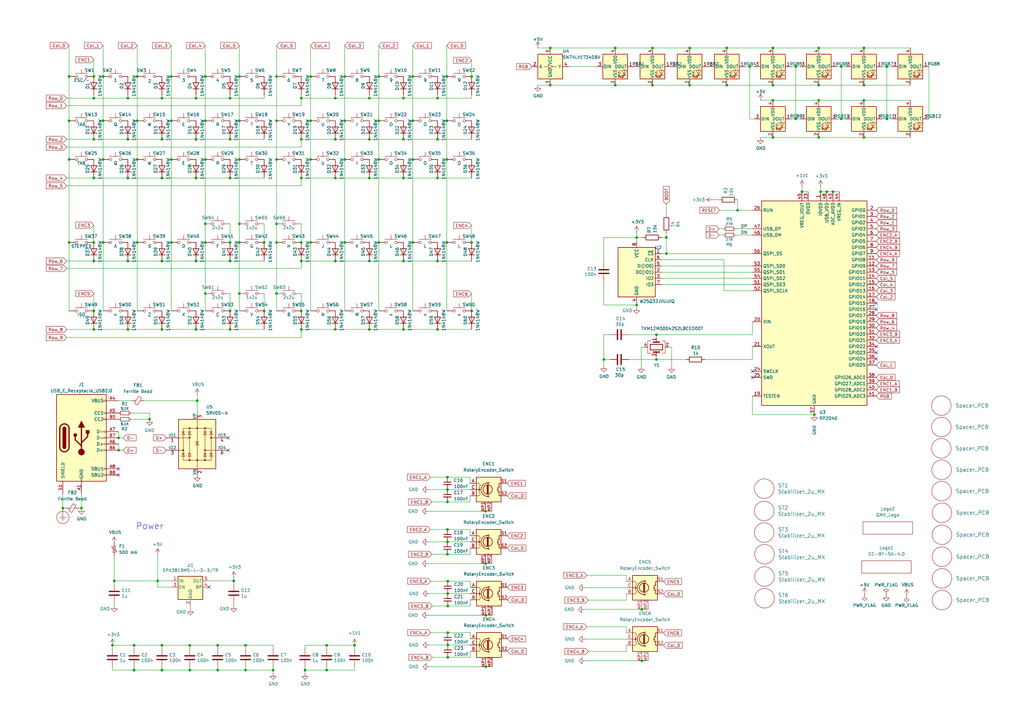
<source format=kicad_sch>
(kicad_sch (version 20230121) (generator eeschema)
  (paper "A3")
  (title_block (title "Chameleon") (date "2023-08-16") (rev "v1.00") (company "Tweety's Wild Thinking") (comment 1 "Markus Knutsson <markus.knutsson@tweety.se>") (comment 2 "https://github.com/TweetyDaBird") (comment 3 "Licensed under Creative Commons BY-SA 4.0 International "))
  (junction (at 141.351 65.405))
  (junction (at 52.451 57.15))
  (junction (at 123.571 99.441))
  (junction (at 42.291 65.405))
  (junction (at 95.885 238.252))
  (junction (at 80.391 57.15))
  (junction (at 123.571 57.15))
  (junction (at 84.201 91.821))
  (junction (at 326.39 27.305))
  (junction (at 123.571 127.508))
  (junction (at 263.271 271.018))
  (junction (at 141.351 49.53))
  (junction (at 273.304 104.013))
  (junction (at 137.541 135.128))
  (junction (at 52.451 135.128))
  (junction (at 100.711 264.668))
  (junction (at 98.171 120.396))
  (junction (at 169.291 99.441))
  (junction (at 46.101 264.668))
  (junction (at 80.391 73.025))
  (junction (at 165.481 73.025))
  (junction (at 42.291 49.53))
  (junction (at 193.421 127.508))
  (junction (at 56.261 49.53))
  (junction (at 94.361 107.061))
  (junction (at 25.781 208.407))
  (junction (at 38.481 57.15))
  (junction (at 108.331 127.508))
  (junction (at 282.829 19.685))
  (junction (at 89.281 274.828))
  (junction (at 267.589 19.685))
  (junction (at 66.421 264.668))
  (junction (at 183.642 238.379))
  (junction (at 302.514 86.233))
  (junction (at 155.321 49.53))
  (junction (at 94.361 40.259))
  (junction (at 137.541 73.025))
  (junction (at 113.411 120.396))
  (junction (at 28.321 49.53))
  (junction (at 341.63 78.613))
  (junction (at 66.421 135.128))
  (junction (at 94.361 135.128))
  (junction (at 269.24 147.447))
  (junction (at 52.451 73.025))
  (junction (at 363.728 48.768))
  (junction (at 38.481 107.061))
  (junction (at 183.261 31.369))
  (junction (at 84.201 49.53))
  (junction (at 46.863 238.252))
  (junction (at 66.421 73.025))
  (junction (at 179.451 107.061))
  (junction (at 307.467 27.305))
  (junction (at 252.349 19.685))
  (junction (at 127.381 99.441))
  (junction (at 169.291 65.405))
  (junction (at 38.481 73.025))
  (junction (at 113.411 31.369))
  (junction (at 54.991 274.828))
  (junction (at 354.33 19.685))
  (junction (at 84.201 99.441))
  (junction (at 183.515 195.707))
  (junction (at 183.261 65.405))
  (junction (at 38.481 135.128))
  (junction (at 326.39 48.768))
  (junction (at 335.788 34.925))
  (junction (at 199.136 209.677))
  (junction (at 84.201 120.396))
  (junction (at 94.361 99.441))
  (junction (at 48.641 184.658))
  (junction (at 183.515 205.867))
  (junction (at 80.391 107.061))
  (junction (at 141.351 99.441))
  (junction (at 127.381 49.53))
  (junction (at 247.65 147.447))
  (junction (at 133.985 264.668))
  (junction (at 70.231 99.441))
  (junction (at 282.829 34.925))
  (junction (at 89.281 264.668))
  (junction (at 363.728 27.305))
  (junction (at 345.059 48.768))
  (junction (at 123.571 40.259))
  (junction (at 123.571 135.128))
  (junction (at 94.361 127.508))
  (junction (at 169.291 31.369))
  (junction (at 54.991 264.668))
  (junction (at 38.481 31.369))
  (junction (at 193.421 99.441))
  (junction (at 113.411 99.441))
  (junction (at 98.171 49.53))
  (junction (at 179.451 40.259))
  (junction (at 354.33 56.388))
  (junction (at 179.451 73.025))
  (junction (at 98.171 65.405))
  (junction (at 183.515 222.25))
  (junction (at 336.55 78.613))
  (junction (at 273.304 97.409))
  (junction (at 183.642 248.539))
  (junction (at 145.415 264.668))
  (junction (at 66.421 107.061))
  (junction (at 179.451 135.128))
  (junction (at 56.261 31.369))
  (junction (at 183.515 227.33))
  (junction (at 183.642 259.461))
  (junction (at 66.421 57.15))
  (junction (at 267.589 34.925))
  (junction (at 339.09 78.613))
  (junction (at 38.481 127.508))
  (junction (at 269.24 137.287))
  (junction (at 316.992 56.388))
  (junction (at 183.515 217.17))
  (junction (at 70.231 31.369))
  (junction (at 33.401 208.407))
  (junction (at 316.992 41.148))
  (junction (at 165.481 40.259))
  (junction (at 42.291 31.369))
  (junction (at 48.641 179.578))
  (junction (at 316.992 34.925))
  (junction (at 334.01 170.053))
  (junction (at 335.788 19.685))
  (junction (at 151.511 107.061))
  (junction (at 328.93 78.613))
  (junction (at 112.014 274.828))
  (junction (at 113.411 65.405))
  (junction (at 123.571 107.061))
  (junction (at 61.341 171.958))
  (junction (at 199.263 273.431))
  (junction (at 252.349 34.925))
  (junction (at 183.642 264.541))
  (junction (at 193.421 31.369))
  (junction (at 151.511 135.128))
  (junction (at 94.361 57.15))
  (junction (at 155.321 65.405))
  (junction (at 225.679 19.685))
  (junction (at 64.643 238.252))
  (junction (at 137.541 107.061))
  (junction (at 52.451 107.061))
  (junction (at 108.331 99.441))
  (junction (at 354.33 34.925))
  (junction (at 70.231 49.53))
  (junction (at 98.171 91.821))
  (junction (at 113.411 91.821))
  (junction (at 28.321 31.369))
  (junction (at 28.321 99.441))
  (junction (at 84.201 65.405))
  (junction (at 199.263 252.349))
  (junction (at 94.361 73.025))
  (junction (at 38.481 40.259))
  (junction (at 28.321 65.405))
  (junction (at 335.788 41.148))
  (junction (at 225.679 34.925))
  (junction (at 261.112 125.095))
  (junction (at 70.231 65.405))
  (junction (at 354.33 41.148))
  (junction (at 77.851 274.828))
  (junction (at 66.421 40.259))
  (junction (at 98.171 99.441))
  (junction (at 66.421 274.828))
  (junction (at 56.261 65.405))
  (junction (at 155.321 31.369))
  (junction (at 123.571 73.025))
  (junction (at 151.511 73.025))
  (junction (at 141.351 31.369))
  (junction (at 155.321 99.441))
  (junction (at 38.481 99.441))
  (junction (at 113.411 49.53))
  (junction (at 183.515 200.787))
  (junction (at 77.851 264.668))
  (junction (at 345.059 27.305))
  (junction (at 98.171 31.369))
  (junction (at 298.069 34.925))
  (junction (at 183.642 243.459))
  (junction (at 183.642 269.621))
  (junction (at 169.291 49.53))
  (junction (at 179.451 57.15))
  (junction (at 127.381 31.369))
  (junction (at 84.201 31.369))
  (junction (at 80.899 164.338))
  (junction (at 133.985 274.828))
  (junction (at 183.261 99.441))
  (junction (at 80.391 135.128))
  (junction (at 183.261 49.53))
  (junction (at 261.112 97.409))
  (junction (at 151.511 57.15))
  (junction (at 137.541 57.15))
  (junction (at 165.481 135.128))
  (junction (at 335.788 56.388))
  (junction (at 199.136 231.14))
  (junction (at 137.541 40.259))
  (junction (at 151.511 40.259))
  (junction (at 80.391 40.259))
  (junction (at 263.271 249.936))
  (junction (at 52.451 40.259))
  (junction (at 316.992 19.685))
  (junction (at 125.095 274.828))
  (junction (at 298.069 19.685))
  (junction (at 42.291 99.441))
  (junction (at 165.481 107.061))
  (junction (at 56.261 99.441))
  (junction (at 165.481 57.15))
  (junction (at 127.381 65.405))
  (junction (at 100.711 274.828))
  (no_connect (at 308.61 152.273))
  (no_connect (at 359.41 124.333))
  (no_connect (at 93.599 184.658))
  (no_connect (at 359.41 144.653))
  (no_connect (at 359.41 142.113))
  (no_connect (at 48.641 194.818))
  (no_connect (at 93.599 179.578))
  (no_connect (at 359.41 126.873))
  (no_connect (at 359.41 147.193))
  (no_connect (at 308.61 154.813))
  (no_connect (at 48.641 192.278))
  (no_connect (at 85.725 240.792))
  (wire (pts (xy 141.351 18.669) (xy 141.351 31.369)))
  (wire (pts (xy 199.263 273.431) (xy 201.803 273.431)))
  (wire (pts (xy 176.022 264.541) (xy 183.642 264.541)))
  (wire (pts (xy 84.201 18.669) (xy 84.201 31.369)))
  (wire (pts (xy 177.292 248.539) (xy 183.642 248.539)))
  (wire (pts (xy 344.17 78.613) (xy 341.63 78.613)))
  (wire (pts (xy 80.391 107.061) (xy 94.361 107.061)))
  (wire (pts (xy 95.885 236.982) (xy 95.885 238.252)))
  (wire (pts (xy 123.571 38.989) (xy 123.571 40.259)))
  (wire (pts (xy 54.991 273.558) (xy 54.991 274.828)))
  (wire (pts (xy 141.351 99.441) (xy 141.351 127.508)))
  (wire (pts (xy 247.65 137.287) (xy 247.65 147.447)))
  (wire (pts (xy 301.752 96.393) (xy 308.61 96.393)))
  (wire (pts (xy 27.305 57.15) (xy 38.481 57.15)))
  (wire (pts (xy 123.571 91.821) (xy 123.571 99.441)))
  (wire (pts (xy 56.261 99.441) (xy 56.261 65.405)))
  (wire (pts (xy 94.361 120.396) (xy 94.361 127.508)))
  (wire (pts (xy 165.481 73.025) (xy 179.451 73.025)))
  (wire (pts (xy 183.642 269.621) (xy 192.913 269.621)))
  (wire (pts (xy 80.391 135.128) (xy 94.361 135.128)))
  (wire (pts (xy 267.589 19.685) (xy 282.829 19.685)))
  (wire (pts (xy 193.421 92.456) (xy 193.421 99.441)))
  (wire (pts (xy 316.992 19.685) (xy 335.788 19.685)))
  (wire (pts (xy 27.305 73.025) (xy 38.481 73.025)))
  (wire (pts (xy 345.059 48.768) (xy 346.71 48.768)))
  (wire (pts (xy 273.304 104.013) (xy 271.272 104.013)))
  (wire (pts (xy 220.599 34.925) (xy 225.679 34.925)))
  (wire (pts (xy 125.095 274.828) (xy 125.095 276.098)))
  (wire (pts (xy 66.421 265.938) (xy 66.421 264.668)))
  (wire (pts (xy 334.01 170.053) (xy 308.61 170.053)))
  (wire (pts (xy 133.985 273.558) (xy 133.985 274.828)))
  (wire (pts (xy 155.321 18.669) (xy 155.321 31.369)))
  (wire (pts (xy 335.788 41.148) (xy 354.33 41.148)))
  (wire (pts (xy 192.786 195.707) (xy 192.786 198.247)))
  (wire (pts (xy 85.725 238.252) (xy 95.885 238.252)))
  (wire (pts (xy 257.81 137.287) (xy 269.24 137.287)))
  (wire (pts (xy 250.19 147.447) (xy 247.65 147.447)))
  (wire (pts (xy 141.351 49.53) (xy 141.351 31.369)))
  (wire (pts (xy 183.642 248.539) (xy 192.913 248.539)))
  (wire (pts (xy 233.299 27.305) (xy 244.729 27.305)))
  (wire (pts (xy 125.095 264.668) (xy 133.985 264.668)))
  (wire (pts (xy 84.201 49.53) (xy 84.201 31.369)))
  (wire (pts (xy 252.349 19.685) (xy 267.589 19.685)))
  (wire (pts (xy 274.32 142.367) (xy 275.463 142.367)))
  (wire (pts (xy 98.171 99.441) (xy 98.171 120.396)))
  (wire (pts (xy 183.515 217.17) (xy 192.786 217.17)))
  (wire (pts (xy 176.657 259.461) (xy 183.642 259.461)))
  (wire (pts (xy 328.168 48.768) (xy 326.39 48.768)))
  (wire (pts (xy 54.991 264.668) (xy 66.421 264.668)))
  (wire (pts (xy 38.481 24.511) (xy 38.481 31.369)))
  (wire (pts (xy 307.467 48.768) (xy 309.372 48.768)))
  (wire (pts (xy 326.39 27.305) (xy 326.39 48.768)))
  (wire (pts (xy 179.451 38.989) (xy 179.451 40.259)))
  (wire (pts (xy 298.069 19.685) (xy 316.992 19.685)))
  (wire (pts (xy 326.39 27.305) (xy 324.612 27.305)))
  (wire (pts (xy 273.304 95.631) (xy 273.304 97.409)))
  (wire (pts (xy 123.571 135.128) (xy 137.541 135.128)))
  (wire (pts (xy 89.281 274.828) (xy 77.851 274.828)))
  (wire (pts (xy 354.33 56.388) (xy 373.38 56.388)))
  (wire (pts (xy 169.291 18.669) (xy 169.291 31.369)))
  (wire (pts (xy 151.511 73.025) (xy 165.481 73.025)))
  (wire (pts (xy 25.781 208.407) (xy 25.781 202.438)))
  (wire (pts (xy 294.894 96.393) (xy 296.672 96.393)))
  (wire (pts (xy 59.182 164.338) (xy 80.899 164.338)))
  (wire (pts (xy 307.467 48.768) (xy 307.467 27.305)))
  (wire (pts (xy 98.171 18.669) (xy 98.171 31.369)))
  (wire (pts (xy 176.022 273.431) (xy 199.263 273.431)))
  (wire (pts (xy 341.63 78.613) (xy 339.09 78.613)))
  (wire (pts (xy 155.321 65.405) (xy 155.321 49.53)))
  (wire (pts (xy 183.261 99.441) (xy 183.261 127.508)))
  (wire (pts (xy 240.03 271.018) (xy 263.271 271.018)))
  (wire (pts (xy 298.069 34.925) (xy 316.992 34.925)))
  (wire (pts (xy 70.231 65.405) (xy 70.231 49.53)))
  (wire (pts (xy 271.272 111.633) (xy 308.61 111.633)))
  (wire (pts (xy 177.292 269.621) (xy 183.642 269.621)))
  (wire (pts (xy 151.511 135.128) (xy 165.481 135.128)))
  (wire (pts (xy 28.321 65.405) (xy 28.321 99.441)))
  (wire (pts (xy 52.451 57.15) (xy 66.421 57.15)))
  (wire (pts (xy 307.467 27.305) (xy 309.372 27.305)))
  (wire (pts (xy 46.101 274.828) (xy 54.991 274.828)))
  (wire (pts (xy 263.271 249.936) (xy 265.811 249.936)))
  (wire (pts (xy 100.711 264.668) (xy 112.014 264.668)))
  (wire (pts (xy 289.052 147.447) (xy 308.61 147.447)))
  (wire (pts (xy 94.361 57.15) (xy 108.331 57.15)))
  (wire (pts (xy 56.261 18.669) (xy 56.261 31.369)))
  (wire (pts (xy 339.09 78.613) (xy 336.55 78.613)))
  (wire (pts (xy 240.03 241.046) (xy 256.921 241.046)))
  (wire (pts (xy 363.728 48.768) (xy 365.76 48.768)))
  (wire (pts (xy 240.665 235.966) (xy 256.921 235.966)))
  (wire (pts (xy 98.171 120.396) (xy 98.171 127.508)))
  (wire (pts (xy 94.361 73.025) (xy 108.331 73.025)))
  (wire (pts (xy 70.485 240.792) (xy 64.643 240.792)))
  (wire (pts (xy 192.786 205.867) (xy 192.786 203.327)))
  (wire (pts (xy 183.642 243.459) (xy 192.913 243.459)))
  (wire (pts (xy 175.895 222.25) (xy 183.515 222.25)))
  (wire (pts (xy 123.571 76.2) (xy 123.571 73.025)))
  (wire (pts (xy 183.261 65.405) (xy 183.261 49.53)))
  (wire (pts (xy 316.992 41.148) (xy 335.788 41.148)))
  (wire (pts (xy 52.451 135.128) (xy 66.421 135.128)))
  (wire (pts (xy 27.305 76.2) (xy 123.571 76.2)))
  (wire (pts (xy 169.291 99.441) (xy 169.291 127.508)))
  (wire (pts (xy 261.112 124.333) (xy 261.112 125.095)))
  (wire (pts (xy 273.304 104.013) (xy 308.61 104.013)))
  (wire (pts (xy 176.022 243.459) (xy 183.642 243.459)))
  (wire (pts (xy 108.331 38.989) (xy 108.331 40.259)))
  (wire (pts (xy 54.991 265.938) (xy 54.991 264.668)))
  (wire (pts (xy 113.411 91.821) (xy 113.411 65.405)))
  (wire (pts (xy 301.752 93.853) (xy 308.61 93.853)))
  (wire (pts (xy 175.895 200.787) (xy 183.515 200.787)))
  (wire (pts (xy 113.411 99.441) (xy 113.411 120.396)))
  (wire (pts (xy 66.421 273.558) (xy 66.421 274.828)))
  (wire (pts (xy 239.776 249.936) (xy 263.271 249.936)))
  (wire (pts (xy 89.281 264.668) (xy 100.711 264.668)))
  (wire (pts (xy 183.515 195.707) (xy 192.786 195.707)))
  (wire (pts (xy 80.391 40.259) (xy 94.361 40.259)))
  (wire (pts (xy 123.571 73.025) (xy 137.541 73.025)))
  (wire (pts (xy 151.511 57.15) (xy 165.481 57.15)))
  (wire (pts (xy 77.851 265.938) (xy 77.851 264.668)))
  (wire (pts (xy 64.643 227.584) (xy 64.643 238.252)))
  (wire (pts (xy 345.059 27.305) (xy 343.408 27.305)))
  (wire (pts (xy 52.451 107.061) (xy 66.421 107.061)))
  (wire (pts (xy 256.921 257.048) (xy 256.921 259.588)))
  (wire (pts (xy 66.421 107.061) (xy 80.391 107.061)))
  (wire (pts (xy 151.511 107.061) (xy 165.481 107.061)))
  (wire (pts (xy 80.391 73.025) (xy 94.361 73.025)))
  (wire (pts (xy 46.863 227.838) (xy 46.863 238.252)))
  (wire (pts (xy 53.721 171.958) (xy 61.341 171.958)))
  (wire (pts (xy 155.321 99.441) (xy 155.321 65.405)))
  (wire (pts (xy 52.451 40.259) (xy 38.481 40.259)))
  (wire (pts (xy 28.321 49.53) (xy 28.321 65.405)))
  (wire (pts (xy 38.481 92.329) (xy 38.481 99.441)))
  (wire (pts (xy 32.258 208.407) (xy 33.401 208.407)))
  (wire (pts (xy 123.571 57.15) (xy 137.541 57.15)))
  (wire (pts (xy 282.829 19.685) (xy 298.069 19.685)))
  (wire (pts (xy 125.095 274.828) (xy 133.985 274.828)))
  (wire (pts (xy 145.415 264.668) (xy 145.415 265.938)))
  (wire (pts (xy 54.102 164.338) (xy 48.641 164.338)))
  (wire (pts (xy 193.421 38.989) (xy 193.421 40.259)))
  (wire (pts (xy 261.112 95.377) (xy 261.112 97.409)))
  (wire (pts (xy 363.728 27.305) (xy 365.76 27.305)))
  (wire (pts (xy 113.411 65.405) (xy 113.411 49.53)))
  (wire (pts (xy 361.95 48.768) (xy 363.728 48.768)))
  (wire (pts (xy 125.095 273.558) (xy 125.095 274.828)))
  (wire (pts (xy 77.851 274.828) (xy 66.421 274.828)))
  (wire (pts (xy 56.261 99.441) (xy 56.261 127.508)))
  (wire (pts (xy 27.305 43.307) (xy 123.571 43.307)))
  (wire (pts (xy 273.304 97.409) (xy 273.304 104.013)))
  (wire (pts (xy 252.349 34.925) (xy 267.589 34.925)))
  (wire (pts (xy 263.017 142.367) (xy 263.017 150.241)))
  (wire (pts (xy 133.985 274.828) (xy 145.415 274.828)))
  (wire (pts (xy 177.165 227.33) (xy 183.515 227.33)))
  (wire (pts (xy 335.788 34.925) (xy 354.33 34.925)))
  (wire (pts (xy 175.768 252.349) (xy 199.263 252.349)))
  (wire (pts (xy 27.305 110.109) (xy 123.571 110.109)))
  (wire (pts (xy 42.291 99.441) (xy 42.291 65.405)))
  (wire (pts (xy 296.926 106.553) (xy 296.926 119.253)))
  (wire (pts (xy 225.679 19.685) (xy 252.349 19.685)))
  (wire (pts (xy 183.515 205.867) (xy 192.786 205.867)))
  (wire (pts (xy 183.642 238.379) (xy 192.913 238.379)))
  (wire (pts (xy 137.541 38.989) (xy 137.541 40.259)))
  (wire (pts (xy 308.61 147.447) (xy 308.61 142.113)))
  (wire (pts (xy 42.291 49.53) (xy 42.291 31.369)))
  (wire (pts (xy 66.421 135.128) (xy 80.391 135.128)))
  (wire (pts (xy 354.33 19.685) (xy 373.38 19.685)))
  (wire (pts (xy 98.171 49.53) (xy 98.171 31.369)))
  (wire (pts (xy 247.65 107.569) (xy 247.65 97.409)))
  (wire (pts (xy 46.101 273.558) (xy 46.101 274.828)))
  (wire (pts (xy 28.321 99.441) (xy 28.321 127.508)))
  (wire (pts (xy 38.481 40.259) (xy 27.305 40.259)))
  (wire (pts (xy 225.679 34.925) (xy 252.349 34.925)))
  (wire (pts (xy 94.361 40.259) (xy 108.331 40.259)))
  (wire (pts (xy 42.291 18.669) (xy 42.291 31.369)))
  (wire (pts (xy 66.421 40.259) (xy 52.451 40.259)))
  (wire (pts (xy 267.589 34.925) (xy 282.829 34.925)))
  (wire (pts (xy 46.101 264.668) (xy 46.101 265.938)))
  (wire (pts (xy 80.391 57.15) (xy 94.361 57.15)))
  (wire (pts (xy 179.451 40.259) (xy 193.421 40.259)))
  (wire (pts (xy 70.231 18.669) (xy 70.231 31.369)))
  (wire (pts (xy 335.788 56.388) (xy 354.33 56.388)))
  (wire (pts (xy 165.481 40.259) (xy 179.451 40.259)))
  (wire (pts (xy 256.921 267.208) (xy 256.921 264.668)))
  (wire (pts (xy 100.711 274.828) (xy 89.281 274.828)))
  (wire (pts (xy 241.3 267.208) (xy 256.921 267.208)))
  (wire (pts (xy 311.912 41.148) (xy 316.992 41.148)))
  (wire (pts (xy 84.201 127.508) (xy 84.201 120.396)))
  (wire (pts (xy 240.03 262.128) (xy 256.921 262.128)))
  (wire (pts (xy 46.863 247.142) (xy 46.863 248.412)))
  (wire (pts (xy 94.361 107.061) (xy 108.331 107.061)))
  (wire (pts (xy 354.33 34.925) (xy 373.38 34.925)))
  (wire (pts (xy 123.571 107.061) (xy 137.541 107.061)))
  (wire (pts (xy 133.985 264.668) (xy 145.415 264.668)))
  (wire (pts (xy 165.481 135.128) (xy 179.451 135.128)))
  (wire (pts (xy 363.728 27.305) (xy 361.95 27.305)))
  (wire (pts (xy 70.231 49.53) (xy 70.231 31.369)))
  (wire (pts (xy 273.304 83.693) (xy 273.304 88.011)))
  (wire (pts (xy 98.171 99.441) (xy 98.171 91.821)))
  (wire (pts (xy 38.481 120.396) (xy 38.481 127.508)))
  (wire (pts (xy 183.642 259.461) (xy 192.913 259.461)))
  (wire (pts (xy 64.643 240.792) (xy 64.643 238.252)))
  (wire (pts (xy 179.451 107.061) (xy 193.421 107.061)))
  (wire (pts (xy 165.481 107.061) (xy 179.451 107.061)))
  (wire (pts (xy 28.321 18.669) (xy 28.321 31.369)))
  (wire (pts (xy 70.231 99.441) (xy 70.231 127.508)))
  (wire (pts (xy 271.272 109.093) (xy 308.61 109.093)))
  (wire (pts (xy 64.643 238.252) (xy 70.485 238.252)))
  (wire (pts (xy 27.305 107.061) (xy 38.481 107.061)))
  (wire (pts (xy 127.381 49.53) (xy 127.381 31.369)))
  (wire (pts (xy 38.481 135.128) (xy 52.451 135.128)))
  (wire (pts (xy 336.55 76.581) (xy 336.55 78.613)))
  (wire (pts (xy 25.781 208.407) (xy 27.178 208.407)))
  (wire (pts (xy 241.3 246.126) (xy 256.921 246.126)))
  (wire (pts (xy 256.921 235.966) (xy 256.921 238.506)))
  (wire (pts (xy 247.65 125.095) (xy 261.112 125.095)))
  (wire (pts (xy 294.894 93.853) (xy 296.672 93.853)))
  (wire (pts (xy 316.992 56.388) (xy 335.788 56.388)))
  (wire (pts (xy 137.541 107.061) (xy 151.511 107.061)))
  (wire (pts (xy 84.201 91.821) (xy 84.201 65.405)))
  (wire (pts (xy 77.851 273.558) (xy 77.851 274.828)))
  (wire (pts (xy 84.201 99.441) (xy 84.201 91.821)))
  (wire (pts (xy 346.71 27.305) (xy 345.059 27.305)))
  (wire (pts (xy 381 27.305) (xy 381 48.768)))
  (wire (pts (xy 261.112 125.095) (xy 261.112 126.111)))
  (wire (pts (xy 328.93 76.581) (xy 328.93 78.613)))
  (wire (pts (xy 48.641 179.578) (xy 50.546 179.578)))
  (wire (pts (xy 38.481 73.025) (xy 52.451 73.025)))
  (wire (pts (xy 80.899 169.418) (xy 80.899 164.338)))
  (wire (pts (xy 48.641 182.118) (xy 48.641 184.658)))
  (wire (pts (xy 80.899 162.052) (xy 80.899 164.338)))
  (wire (pts (xy 328.93 78.613) (xy 331.47 78.613)))
  (wire (pts (xy 269.24 146.177) (xy 269.24 147.447)))
  (wire (pts (xy 94.361 135.128) (xy 108.331 135.128)))
  (wire (pts (xy 177.165 205.867) (xy 183.515 205.867)))
  (wire (pts (xy 183.261 18.669) (xy 183.261 31.369)))
  (wire (pts (xy 123.571 43.307) (xy 123.571 40.259)))
  (wire (pts (xy 80.391 38.989) (xy 80.391 40.259)))
  (wire (pts (xy 311.912 56.388) (xy 316.992 56.388)))
  (wire (pts (xy 179.451 73.025) (xy 193.421 73.025)))
  (wire (pts (xy 169.291 65.405) (xy 169.291 49.53)))
  (wire (pts (xy 53.721 169.418) (xy 61.341 169.418)))
  (wire (pts (xy 145.415 274.828) (xy 145.415 273.558)))
  (wire (pts (xy 48.641 177.038) (xy 48.641 179.578)))
  (wire (pts (xy 77.851 264.668) (xy 89.281 264.668)))
  (wire (pts (xy 247.65 147.447) (xy 247.65 149.987)))
  (wire (pts (xy 94.361 91.821) (xy 94.361 99.441)))
  (wire (pts (xy 261.112 97.409) (xy 261.112 98.933)))
  (wire (pts (xy 345.059 27.305) (xy 345.059 48.768)))
  (wire (pts (xy 108.331 91.821) (xy 108.331 99.441)))
  (wire (pts (xy 52.451 73.025) (xy 66.421 73.025)))
  (wire (pts (xy 137.541 57.15) (xy 151.511 57.15)))
  (wire (pts (xy 38.481 57.15) (xy 52.451 57.15)))
  (wire (pts (xy 84.201 99.441) (xy 84.201 120.396)))
  (wire (pts (xy 84.201 65.405) (xy 84.201 49.53)))
  (wire (pts (xy 151.511 38.989) (xy 151.511 40.259)))
  (wire (pts (xy 70.231 99.441) (xy 70.231 65.405)))
  (wire (pts (xy 247.65 97.409) (xy 261.112 97.409)))
  (wire (pts (xy 193.421 120.523) (xy 193.421 127.508)))
  (wire (pts (xy 257.81 147.447) (xy 269.24 147.447)))
  (wire (pts (xy 42.291 65.405) (xy 42.291 49.53)))
  (wire (pts (xy 183.261 99.441) (xy 183.261 65.405)))
  (wire (pts (xy 42.291 99.441) (xy 42.291 127.508)))
  (wire (pts (xy 56.261 49.53) (xy 56.261 31.369)))
  (wire (pts (xy 151.511 40.259) (xy 165.481 40.259)))
  (wire (pts (xy 48.641 184.658) (xy 50.546 184.658)))
  (wire (pts (xy 112.014 265.938) (xy 112.014 264.668)))
  (wire (pts (xy 305.689 27.305) (xy 307.467 27.305)))
  (wire (pts (xy 141.351 99.441) (xy 141.351 65.405)))
  (wire (pts (xy 192.913 248.539) (xy 192.913 245.999)))
  (wire (pts (xy 220.599 19.685) (xy 225.679 19.685)))
  (wire (pts (xy 179.451 57.15) (xy 193.421 57.15)))
  (wire (pts (xy 176.53 217.17) (xy 183.515 217.17)))
  (wire (pts (xy 193.421 24.765) (xy 193.421 31.369)))
  (wire (pts (xy 112.014 273.558) (xy 112.014 274.828)))
  (wire (pts (xy 271.272 116.713) (xy 308.61 116.713)))
  (wire (pts (xy 354.33 41.148) (xy 373.38 41.148)))
  (wire (pts (xy 89.281 273.558) (xy 89.281 274.828)))
  (wire (pts (xy 137.541 73.025) (xy 151.511 73.025)))
  (wire (pts (xy 316.992 34.925) (xy 335.788 34.925)))
  (wire (pts (xy 125.095 265.938) (xy 125.095 264.668)))
  (wire (pts (xy 123.571 60.325) (xy 123.571 57.15)))
  (wire (pts (xy 165.481 57.15) (xy 179.451 57.15)))
  (wire (pts (xy 137.541 135.128) (xy 151.511 135.128)))
  (wire (pts (xy 183.261 49.53) (xy 183.261 31.369)))
  (wire (pts (xy 27.305 60.325) (xy 123.571 60.325)))
  (wire (pts (xy 33.401 208.407) (xy 33.401 202.438)))
  (wire (pts (xy 247.65 125.095) (xy 247.65 115.189)))
  (wire (pts (xy 256.921 246.126) (xy 256.921 243.586)))
  (wire (pts (xy 66.421 274.828) (xy 54.991 274.828)))
  (wire (pts (xy 89.281 265.938) (xy 89.281 264.668)))
  (wire (pts (xy 263.271 271.018) (xy 265.811 271.018)))
  (wire (pts (xy 169.291 49.53) (xy 169.291 31.369)))
  (wire (pts (xy 271.272 114.173) (xy 308.61 114.173)))
  (wire (pts (xy 308.61 137.287) (xy 308.61 131.953)))
  (wire (pts (xy 100.711 274.828) (xy 112.014 274.828)))
  (wire (pts (xy 275.463 142.367) (xy 275.463 150.241)))
  (wire (pts (xy 28.321 31.369) (xy 28.321 49.53)))
  (wire (pts (xy 61.341 169.418) (xy 61.341 171.958)))
  (wire (pts (xy 66.421 73.025) (xy 80.391 73.025)))
  (wire (pts (xy 175.768 209.677) (xy 199.136 209.677)))
  (wire (pts (xy 292.354 81.915) (xy 294.894 81.915)))
  (wire (pts (xy 363.728 27.305) (xy 363.728 48.768)))
  (wire (pts (xy 137.541 40.259) (xy 151.511 40.259)))
  (wire (pts (xy 302.514 86.233) (xy 308.61 86.233)))
  (wire (pts (xy 46.101 264.668) (xy 54.991 264.668)))
  (wire (pts (xy 308.61 170.053) (xy 308.61 162.433)))
  (wire (pts (xy 94.361 38.989) (xy 94.361 40.259)))
  (wire (pts (xy 326.39 48.768) (xy 324.612 48.768)))
  (wire (pts (xy 175.768 231.14) (xy 199.136 231.14)))
  (wire (pts (xy 183.642 264.541) (xy 192.913 264.541)))
  (wire (pts (xy 95.885 238.252) (xy 95.885 239.522)))
  (wire (pts (xy 302.514 81.915) (xy 302.514 86.233)))
  (wire (pts (xy 66.421 57.15) (xy 80.391 57.15)))
  (wire (pts (xy 123.571 110.109) (xy 123.571 107.061)))
  (wire (pts (xy 127.381 18.669) (xy 127.381 31.369)))
  (wire (pts (xy 296.926 119.253) (xy 308.61 119.253)))
  (wire (pts (xy 78.105 248.412) (xy 78.105 249.682)))
  (wire (pts (xy 27.305 135.128) (xy 38.481 135.128)))
  (wire (pts (xy 271.272 106.553) (xy 296.926 106.553)))
  (wire (pts (xy 192.913 238.379) (xy 192.913 240.919)))
  (wire (pts (xy 66.421 38.989) (xy 66.421 40.259)))
  (wire (pts (xy 127.381 65.405) (xy 127.381 49.53)))
  (wire (pts (xy 66.421 264.668) (xy 77.851 264.668)))
  (wire (pts (xy 66.421 40.259) (xy 80.391 40.259)))
  (wire (pts (xy 98.171 91.821) (xy 98.171 65.405)))
  (wire (pts (xy 155.321 99.441) (xy 155.321 127.508)))
  (wire (pts (xy 46.863 238.252) (xy 64.643 238.252)))
  (wire (pts (xy 95.885 247.142) (xy 95.885 248.412)))
  (wire (pts (xy 192.913 269.621) (xy 192.913 267.081)))
  (wire (pts (xy 183.515 227.33) (xy 192.786 227.33)))
  (wire (pts (xy 264.16 142.367) (xy 263.017 142.367)))
  (wire (pts (xy 335.788 19.685) (xy 354.33 19.685)))
  (wire (pts (xy 269.24 137.287) (xy 308.61 137.287)))
  (wire (pts (xy 133.985 265.938) (xy 133.985 264.668)))
  (wire (pts (xy 263.652 97.409) (xy 261.112 97.409)))
  (wire (pts (xy 123.571 120.396) (xy 123.571 127.508)))
  (wire (pts (xy 112.014 274.828) (xy 112.014 276.098)))
  (wire (pts (xy 183.515 200.787) (xy 192.786 200.787)))
  (wire (pts (xy 199.263 252.349) (xy 201.803 252.349)))
  (wire (pts (xy 100.711 273.558) (xy 100.711 274.828)))
  (wire (pts (xy 282.829 34.925) (xy 298.069 34.925)))
  (wire (pts (xy 240.665 257.048) (xy 256.921 257.048)))
  (wire (pts (xy 269.24 147.447) (xy 281.432 147.447)))
  (wire (pts (xy 56.261 65.405) (xy 56.261 49.53)))
  (wire (pts (xy 269.24 138.557) (xy 269.24 137.287)))
  (wire (pts (xy 250.19 137.287) (xy 247.65 137.287)))
  (wire (pts (xy 295.148 86.233) (xy 302.514 86.233)))
  (wire (pts (xy 38.481 107.061) (xy 52.451 107.061)))
  (wire (pts (xy 113.411 49.53) (xy 113.411 31.369)))
  (wire (pts (xy 155.321 49.53) (xy 155.321 31.369)))
  (wire (pts (xy 169.291 99.441) (xy 169.291 65.405)))
  (wire (pts (xy 127.381 99.441) (xy 127.381 65.405)))
  (wire (pts (xy 183.515 222.25) (xy 192.786 222.25)))
  (wire (pts (xy 199.136 209.677) (xy 201.676 209.677)))
  (wire (pts (xy 179.451 135.128) (xy 193.421 135.128)))
  (wire (pts (xy 141.351 65.405) (xy 141.351 49.53)))
  (wire (pts (xy 46.863 239.522) (xy 46.863 238.252)))
  (wire (pts (xy 113.411 99.441) (xy 113.411 91.821)))
  (wire (pts (xy 328.168 27.305) (xy 326.39 27.305)))
  (wire (pts (xy 192.786 217.17) (xy 192.786 219.71)))
  (wire (pts (xy 192.786 227.33) (xy 192.786 224.79)))
  (wire (pts (xy 38.481 38.989) (xy 38.481 40.259)))
  (wire (pts (xy 123.571 40.259) (xy 137.541 40.259)))
  (wire (pts (xy 27.305 138.43) (xy 123.571 138.43)))
  (wire (pts (xy 52.451 38.989) (xy 52.451 40.259)))
  (wire (pts (xy 343.408 48.768) (xy 345.059 48.768)))
  (wire (pts (xy 108.331 120.396) (xy 108.331 127.508)))
  (wire (pts (xy 100.711 265.938) (xy 100.711 264.668)))
  (wire (pts (xy 176.657 238.379) (xy 183.642 238.379)))
  (wire (pts (xy 98.171 65.405) (xy 98.171 49.53)))
  (wire (pts (xy 192.913 259.461) (xy 192.913 262.001)))
  (wire (pts (xy 113.411 127.508) (xy 113.411 120.396)))
  (wire (pts (xy 165.481 38.989) (xy 165.481 40.259)))
  (wire (pts (xy 176.53 195.707) (xy 183.515 195.707)))
  (wire (pts (xy 123.571 138.43) (xy 123.571 135.128)))
  (wire (pts (xy 273.304 97.409) (xy 271.272 97.409)))
  (wire (pts (xy 199.136 231.14) (xy 201.676 231.14)))
  (wire (pts (xy 127.381 99.441) (xy 127.381 127.508)))
  (wire (pts (xy 113.411 18.669) (xy 113.411 31.369)))
  (text "Power" (at 55.6814 217.4738 0) (effects (font (size 2.54 2.54)) (justify left bottom)))
  (label "DP" (at 303.784 93.853 0))
  (label "DN" (at 303.784 96.393 0))
  (global_label "Col_3" (shape input) (at 141.351 18.669 0) (property "Intersheetrefs" "${INTERSHEET_REFS}" (effects hide)))
  (global_label "ENC3_A" (shape input) (at 176.657 238.379 180) (property "Intersheetrefs" "${INTERSHEET_REFS}" (effects hide)))
  (global_label "ENC4_B" (shape input) (at 241.3 267.208 180) (property "Intersheetrefs" "${INTERSHEET_REFS}" (effects hide)))
  (global_label "Row_0" (shape input) (at 27.305 40.259 180) (property "Intersheetrefs" "${INTERSHEET_REFS}" (effects hide)))
  (global_label "Col_2" (shape input) (at 56.261 18.669 180) (property "Intersheetrefs" "${INTERSHEET_REFS}" (effects hide)))
  (global_label "ENC4_B" (shape input) (at 359.41 101.473 0) (property "Intersheetrefs" "${INTERSHEET_REFS}" (effects hide)))
  (global_label "Row_0" (shape input) (at 359.41 86.233 0) (property "Intersheetrefs" "${INTERSHEET_REFS}" (effects hide)))
  (global_label "ENC4" (shape input) (at 193.421 92.456 180) (property "Intersheetrefs" "${INTERSHEET_REFS}" (effects hide)))
  (global_label "Col_0" (shape input) (at 28.321 18.669 180) (property "Intersheetrefs" "${INTERSHEET_REFS}" (effects hide)))
  (global_label "ENC3_B" (shape input) (at 241.3 246.126 180) (property "Intersheetrefs" "${INTERSHEET_REFS}" (effects hide)))
  (global_label "ENC3_B" (shape input) (at 359.41 137.033 0) (property "Intersheetrefs" "${INTERSHEET_REFS}" (effects hide)))
  (global_label "Col_2" (shape input) (at 155.321 18.669 0) (property "Intersheetrefs" "${INTERSHEET_REFS}" (effects hide)))
  (global_label "Col_0" (shape input) (at 183.261 18.669 0) (property "Intersheetrefs" "${INTERSHEET_REFS}" (effects hide)))
  (global_label "D+" (shape input) (at 294.894 93.853 180) (property "Intersheetrefs" "${INTERSHEET_REFS}" (effects hide)))
  (global_label "Row_8" (shape input) (at 27.305 135.128 180) (property "Intersheetrefs" "${INTERSHEET_REFS}" (effects hide)))
  (global_label "Col_0" (shape input) (at 208.153 245.999 0) (property "Intersheetrefs" "${INTERSHEET_REFS}" (effects hide)))
  (global_label "D-" (shape input) (at 50.546 179.578 0) (property "Intersheetrefs" "${INTERSHEET_REFS}" (effects hide)))
  (global_label "Row_4" (shape input) (at 27.305 73.025 180) (property "Intersheetrefs" "${INTERSHEET_REFS}" (effects hide)))
  (global_label "Row_9" (shape input) (at 27.305 138.43 180) (property "Intersheetrefs" "${INTERSHEET_REFS}" (effects hide)))
  (global_label "Col_5" (shape input) (at 113.411 18.669 0) (property "Intersheetrefs" "${INTERSHEET_REFS}" (effects hide)))
  (global_label "ENC2_A" (shape input) (at 359.41 96.393 0) (property "Intersheetrefs" "${INTERSHEET_REFS}" (effects hide)))
  (global_label "Row_1" (shape input) (at 359.41 91.313 0) (property "Intersheetrefs" "${INTERSHEET_REFS}" (effects hide)))
  (global_label "ENC3_B" (shape input) (at 177.292 248.539 180) (property "Intersheetrefs" "${INTERSHEET_REFS}" (effects hide)))
  (global_label "ENC1_B" (shape input) (at 359.41 159.893 0) (property "Intersheetrefs" "${INTERSHEET_REFS}" (effects hide)))
  (global_label "ENC5" (shape input) (at 38.481 120.396 180) (property "Intersheetrefs" "${INTERSHEET_REFS}" (effects hide)))
  (global_label "ENC3" (shape input) (at 38.481 92.329 180) (property "Intersheetrefs" "${INTERSHEET_REFS}" (effects hide)))
  (global_label "ENC1_A" (shape input) (at 359.41 157.353 0) (property "Intersheetrefs" "${INTERSHEET_REFS}" (effects hide)))
  (global_label "D+" (shape input) (at 68.199 179.578 180) (property "Intersheetrefs" "${INTERSHEET_REFS}" (effects hide)))
  (global_label "Row_6" (shape input) (at 27.305 107.061 180) (property "Intersheetrefs" "${INTERSHEET_REFS}" (effects hide)))
  (global_label "RGB" (shape input) (at 218.059 27.305 180) (property "Intersheetrefs" "${INTERSHEET_REFS}" (effects hide)))
  (global_label "Row_7" (shape input) (at 27.305 110.109 180) (property "Intersheetrefs" "${INTERSHEET_REFS}" (effects hide)))
  (global_label "ENC2" (shape input) (at 208.026 219.71 0) (property "Intersheetrefs" "${INTERSHEET_REFS}" (effects hide)))
  (global_label "Col_0" (shape input) (at 208.153 267.081 0) (property "Intersheetrefs" "${INTERSHEET_REFS}" (effects hide)))
  (global_label "ENC1" (shape input) (at 208.026 198.247 0) (property "Intersheetrefs" "${INTERSHEET_REFS}" (effects hide)))
  (global_label "BOOT" (shape input) (at 273.304 83.693 90) (property "Intersheetrefs" "${INTERSHEET_REFS}" (effects hide)))
  (global_label "D+" (shape input) (at 50.546 184.658 0) (property "Intersheetrefs" "${INTERSHEET_REFS}" (effects hide)))
  (global_label "Col_4" (shape input) (at 84.201 18.669 180) (property "Intersheetrefs" "${INTERSHEET_REFS}" (effects hide)))
  (global_label "D-" (shape input) (at 294.894 96.393 180) (property "Intersheetrefs" "${INTERSHEET_REFS}" (effects hide)))
  (global_label "Col_3" (shape input) (at 70.231 18.669 180) (property "Intersheetrefs" "${INTERSHEET_REFS}" (effects hide)))
  (global_label "Row_2" (shape input) (at 27.305 57.15 180) (property "Intersheetrefs" "${INTERSHEET_REFS}" (effects hide)))
  (global_label "ENC4_B" (shape input) (at 177.292 269.621 180) (property "Intersheetrefs" "${INTERSHEET_REFS}" (effects hide)))
  (global_label "Row_5" (shape input) (at 27.305 76.2 180) (property "Intersheetrefs" "${INTERSHEET_REFS}" (effects hide)))
  (global_label "ENC1" (shape input) (at 38.481 24.511 180) (property "Intersheetrefs" "${INTERSHEET_REFS}" (effects hide)))
  (global_label "D-" (shape input) (at 68.199 184.658 180) (property "Intersheetrefs" "${INTERSHEET_REFS}" (effects hide)))
  (global_label "ENC2_B" (shape input) (at 177.165 227.33 180) (property "Intersheetrefs" "${INTERSHEET_REFS}" (effects hide)))
  (global_label "ENC4_A" (shape input) (at 359.41 104.013 0) (property "Intersheetrefs" "${INTERSHEET_REFS}" (effects hide)))
  (global_label "Row_2" (shape input) (at 359.41 88.773 0) (property "Intersheetrefs" "${INTERSHEET_REFS}" (effects hide)))
  (global_label "Row_8" (shape input) (at 359.41 129.413 0) (property "Intersheetrefs" "${INTERSHEET_REFS}" (effects hide)))
  (global_label "Col_0" (shape input) (at 272.161 243.586 0) (property "Intersheetrefs" "${INTERSHEET_REFS}" (effects hide)))
  (global_label "Row_6" (shape input) (at 359.41 131.953 0) (property "Intersheetrefs" "${INTERSHEET_REFS}" (effects hide)))
  (global_label "Col_4" (shape input) (at 127.381 18.669 0) (property "Intersheetrefs" "${INTERSHEET_REFS}" (effects hide)))
  (global_label "Row_7" (shape input) (at 359.41 109.093 0) (property "Intersheetrefs" "${INTERSHEET_REFS}" (effects hide)))
  (global_label "Col_0" (shape input) (at 208.026 203.327 0) (property "Intersheetrefs" "${INTERSHEET_REFS}" (effects hide)))
  (global_label "ENC6" (shape input) (at 272.161 259.588 0) (property "Intersheetrefs" "${INTERSHEET_REFS}" (effects hide)))
  (global_label "ENC2_A" (shape input) (at 176.53 217.17 180) (property "Intersheetrefs" "${INTERSHEET_REFS}" (effects hide)))
  (global_label "RESET" (shape input) (at 295.148 86.233 180) (property "Intersheetrefs" "${INTERSHEET_REFS}" (effects hide)))
  (global_label "ENC2" (shape input) (at 193.421 24.765 180) (property "Intersheetrefs" "${INTERSHEET_REFS}" (effects hide)))
  (global_label "ENC3_A" (shape input) (at 359.41 139.573 0) (property "Intersheetrefs" "${INTERSHEET_REFS}" (effects hide)))
  (global_label "Col_0" (shape input) (at 359.41 154.813 0) (property "Intersheetrefs" "${INTERSHEET_REFS}" (effects hide)))
  (global_label "Col_0" (shape input) (at 208.026 224.79 0) (property "Intersheetrefs" "${INTERSHEET_REFS}" (effects hide)))
  (global_label "Col_4" (shape input) (at 359.41 116.713 0) (property "Intersheetrefs" "${INTERSHEET_REFS}" (effects hide)))
  (global_label "Row_3" (shape input) (at 359.41 93.853 0) (property "Intersheetrefs" "${INTERSHEET_REFS}" (effects hide)))
  (global_label "Col_5" (shape input) (at 359.41 114.173 0) (property "Intersheetrefs" "${INTERSHEET_REFS}" (effects hide)))
  (global_label "Row_4" (shape input) (at 359.41 134.493 0) (property "Intersheetrefs" "${INTERSHEET_REFS}" (effects hide)))
  (global_label "ENC2_B" (shape input) (at 359.41 98.933 0) (property "Intersheetrefs" "${INTERSHEET_REFS}" (effects hide)))
  (global_label "ENC3" (shape input) (at 208.153 240.919 0) (property "Intersheetrefs" "${INTERSHEET_REFS}" (effects hide)))
  (global_label "ENC4_A" (shape input) (at 240.665 257.048 180) (property "Intersheetrefs" "${INTERSHEET_REFS}" (effects hide)))
  (global_label "Row_5" (shape input) (at 359.41 111.633 0) (property "Intersheetrefs" "${INTERSHEET_REFS}" (effects hide)))
  (global_label "ENC5" (shape input) (at 272.161 238.506 0) (property "Intersheetrefs" "${INTERSHEET_REFS}" (effects hide)))
  (global_label "ENC1_A" (shape input) (at 176.53 195.707 180) (property "Intersheetrefs" "${INTERSHEET_REFS}" (effects hide)))
  (global_label "Row_9" (shape input) (at 359.41 106.553 0) (property "Intersheetrefs" "${INTERSHEET_REFS}" (effects hide)))
  (global_label "ENC3_A" (shape input) (at 240.665 235.966 180) (property "Intersheetrefs" "${INTERSHEET_REFS}" (effects hide)))
  (global_label "ENC4_A" (shape input) (at 176.657 259.461 180) (property "Intersheetrefs" "${INTERSHEET_REFS}" (effects hide)))
  (global_label "Col_5" (shape input) (at 98.171 18.669 180) (property "Intersheetrefs" "${INTERSHEET_REFS}" (effects hide)))
  (global_label "RGB" (shape input) (at 359.41 162.433 0) (property "Intersheetrefs" "${INTERSHEET_REFS}" (effects hide)))
  (global_label "Col_1" (shape input) (at 42.291 18.669 180) (property "Intersheetrefs" "${INTERSHEET_REFS}" (effects hide)))
  (global_label "Col_2" (shape input) (at 359.41 121.793 0) (property "Intersheetrefs" "${INTERSHEET_REFS}" (effects hide)))
  (global_label "Col_1" (shape input) (at 359.41 149.733 0) (property "Intersheetrefs" "${INTERSHEET_REFS}" (effects hide)))
  (global_label "Row_3" (shape input) (at 27.305 60.325 180) (property "Intersheetrefs" "${INTERSHEET_REFS}" (effects hide)))
  (global_label "Col_3" (shape input) (at 359.41 119.253 0) (property "Intersheetrefs" "${INTERSHEET_REFS}" (effects hide)))
  (global_label "Col_0" (shape input) (at 272.161 264.668 0) (property "Intersheetrefs" "${INTERSHEET_REFS}" (effects hide)))
  (global_label "Row_1" (shape input) (at 27.305 43.307 180) (property "Intersheetrefs" "${INTERSHEET_REFS}" (effects hide)))
  (global_label "ENC4" (shape input) (at 208.153 262.001 0) (property "Intersheetrefs" "${INTERSHEET_REFS}" (effects hide)))
  (global_label "Col_1" (shape input) (at 169.291 18.669 0) (property "Intersheetrefs" "${INTERSHEET_REFS}" (effects hide)))
  (global_label "ENC1_B" (shape input) (at 177.165 205.867 180) (property "Intersheetrefs" "${INTERSHEET_REFS}" (effects hide)))
  (global_label "ENC6" (shape input) (at 193.421 120.523 180) (property "Intersheetrefs" "${INTERSHEET_REFS}" (effects hide)))
  (symbol (lib_id "Device:C") (at 46.101 269.748 0) (unit 1)
    (property "Reference" "C1" (at 49.022 268.5796 0) (effects (justify left)))
    (property "Value" "1u" (at 49.022 270.891 0) (effects (justify left)))
    (property "Footprint" "Capacitor_SMD:C_0402_1005Metric" (effects hide))
  )
  (symbol (lib_id "Keyboard Common:SK6812MINI") (at 316.992 27.305 0) (unit 1)
    (property "Reference" "RGB5" (at 326.517 26.1971 0))
    (property "Value" "SK6812MINI-E" (effects hide))
    (property "Footprint" "Keyboard RGB:RGB_SK6812MINI-E" (effects hide))
    (property "Datasheet" "https://cdn-shop.adafruit.com/product-files/2686/SK6812MINI_REV.01-1-2.pdf" (effects hide))
  )
  (symbol (lib_id "Keyboard Switches:Stabilizer_2u_MX") (at 313.563 236.474 0) (unit 1)
    (property "Reference" "ST5" (at 319.151 235.204 0) (effects (font (size 1.524 1.524)) (justify left)))
    (property "Value" "Stabilizer_2u_MX" (at 319.151 237.744 0) (effects (font (size 1.524 1.524)) (justify left)))
    (property "Footprint" "Keyboard Stabilizer:Stabilizer_Cherry_MX_2.00u" (effects hide))
  )
  (symbol (lib_id "Diode:1N4148W") (at 165.481 35.179 90) (unit 1)
    (property "Reference" "D10" (at 162.941 35.179 0))
    (property "Value" "1N4148W" (at 168.021 35.179 0))
    (property "Footprint" "Diode_SMD:D_SOD-123" (effects hide))
    (property "Datasheet" "https://www.vishay.com/docs/85748/1n4148w.pdf" (effects hide))
  )
  (symbol (lib_id "Diode:1N4148W") (at 165.481 69.215 90) (unit 1)
    (property "Reference" "D34" (at 162.941 69.215 0))
    (property "Value" "1N4148W" (at 168.021 69.215 0))
    (property "Footprint" "Diode_SMD:D_SOD-123" (effects hide))
    (property "Datasheet" "https://www.vishay.com/docs/85748/1n4148w.pdf" (effects hide))
  )
  (symbol (lib_id "Keyboard Switches & Encoders:SW_Push") (at 89.281 65.405 0) (unit 1)
    (property "Reference" "SW29" (at 90.551 62.865 0) (effects (justify left)))
    (property "Value" "R" (at 89.281 66.929 0))
    (property "Footprint" "Keyboard Switches:SW_MX_HotSwap" (effects hide))
  )
  (symbol (lib_id "Diode:1N4148W") (at 66.421 103.251 90) (unit 1)
    (property "Reference" "D39" (at 63.881 103.251 0))
    (property "Value" "1N4148W" (at 68.961 103.251 0))
    (property "Footprint" "Diode_SMD:D_SOD-123" (effects hide))
    (property "Datasheet" "https://www.vishay.com/docs/85748/1n4148w.pdf" (effects hide))
  )
  (symbol (lib_id "Keyboard_Plate:Spacer_PCB") (at 386.334 219.329 0) (unit 1)
    (property "Reference" "H2" (effects hide))
    (property "Value" "Spacer_PCB" (at 392.049 219.329 0) (effects (font (size 1.524 1.524)) (justify left)))
    (property "Footprint" "Keyboard_Plate:Spacer Plate hole" (effects hide))
  )
  (symbol (lib_id "power:VBUS") (at 80.899 162.052 0) (unit 1)
    (property "Reference" "#PWR01" (effects hide))
    (property "Value" "VBUS" (at 81.28 157.6578 0))
  )
  (symbol (lib_id "Keyboard Switches:Stabilizer_2u_MX") (at 313.436 218.44 0) (unit 1)
    (property "Reference" "ST3" (at 319.024 217.17 0) (effects (font (size 1.524 1.524)) (justify left)))
    (property "Value" "Stabilizer_2u_MX" (at 319.024 219.71 0) (effects (font (size 1.524 1.524)) (justify left)))
    (property "Footprint" "Keyboard Stabilizer:Stabilizer_Cherry_MX_2.00u" (effects hide))
  )
  (symbol (lib_id "Diode:1N4148W") (at 108.331 53.34 90) (unit 1)
    (property "Reference" "D18" (at 105.791 53.34 0))
    (property "Value" "1N4148W" (at 110.871 53.34 0))
    (property "Footprint" "Diode_SMD:D_SOD-123" (effects hide))
    (property "Datasheet" "https://www.vishay.com/docs/85748/1n4148w.pdf" (effects hide))
  )
  (symbol (lib_id "Diode:1N4148W") (at 137.541 103.251 90) (unit 1)
    (property "Reference" "D44" (at 135.001 103.251 0))
    (property "Value" "1N4148W" (at 140.081 103.251 0))
    (property "Footprint" "Diode_SMD:D_SOD-123" (effects hide))
    (property "Datasheet" "https://www.vishay.com/docs/85748/1n4148w.pdf" (effects hide))
  )
  (symbol (lib_id "Keyboard Switches & Encoders:SW_Push") (at 89.281 91.821 0) (mirror y) (unit 1)
    (property "Reference" "SW64" (at 88.011 89.281 0) (effects (justify left)))
    (property "Value" "2x2u" (at 89.281 93.345 0))
    (property "Footprint" "Keyboard Switches:SW_MX_HotSwap" (effects hide))
  )
  (symbol (lib_id "Diode:1N4148W") (at 193.421 131.318 90) (unit 1)
    (property "Reference" "D60" (at 190.881 131.318 0))
    (property "Value" "1N4148W" (at 195.961 131.318 0))
    (property "Footprint" "Diode_SMD:D_SOD-123" (effects hide))
    (property "Datasheet" "https://www.vishay.com/docs/85748/1n4148w.pdf" (effects hide))
  )
  (symbol (lib_id "Diode:1N4148W") (at 123.571 69.215 90) (unit 1)
    (property "Reference" "D31" (at 121.031 69.215 0))
    (property "Value" "1N4148W" (at 126.111 69.215 0))
    (property "Footprint" "Diode_SMD:D_SOD-123" (effects hide))
    (property "Datasheet" "https://www.vishay.com/docs/85748/1n4148w.pdf" (effects hide))
  )
  (symbol (lib_id "Device:C_Small") (at 183.515 198.247 0) (unit 1)
    (property "Reference" "C16" (at 186.055 196.9833 0) (effects (justify left)))
    (property "Value" "100nF" (at 186.055 199.5233 0) (effects (justify left)))
    (property "Footprint" "Capacitor_SMD:C_0603_1608Metric_Pad1.08x0.95mm_HandSolder" (effects hide))
  )
  (symbol (lib_id "Device:R") (at 267.462 97.409 90) (unit 1)
    (property "Reference" "R7" (at 266.2936 95.631 0) (effects (justify left)))
    (property "Value" "10k" (at 268.605 95.631 0) (effects (justify left)))
    (property "Footprint" "Resistor_SMD:R_0402_1005Metric" (effects hide))
  )
  (symbol (lib_id "Diode:1N4148W") (at 179.451 53.34 90) (unit 1)
    (property "Reference" "D23" (at 176.911 53.34 0))
    (property "Value" "1N4148W" (at 181.991 53.34 0))
    (property "Footprint" "Diode_SMD:D_SOD-123" (effects hide))
    (property "Datasheet" "https://www.vishay.com/docs/85748/1n4148w.pdf" (effects hide))
  )
  (symbol (lib_id "Diode:1N4148W") (at 108.331 69.215 90) (unit 1)
    (property "Reference" "D30" (at 105.791 69.215 0))
    (property "Value" "1N4148W" (at 110.871 69.215 0))
    (property "Footprint" "Diode_SMD:D_SOD-123" (effects hide))
    (property "Datasheet" "https://www.vishay.com/docs/85748/1n4148w.pdf" (effects hide))
  )
  (symbol (lib_id "Diode:1N4148W") (at 108.331 35.179 90) (unit 1)
    (property "Reference" "D6" (at 105.791 35.179 0))
    (property "Value" "1N4148W" (at 110.871 35.179 0))
    (property "Footprint" "Diode_SMD:D_SOD-123" (effects hide))
    (property "Datasheet" "https://www.vishay.com/docs/85748/1n4148w.pdf" (effects hide))
  )
  (symbol (lib_id "power:GND") (at 175.768 252.349 270) (unit 1)
    (property "Reference" "#PWR041" (effects hide))
    (property "Value" "GND" (at 171.45 252.349 90) (effects (justify right)))
  )
  (symbol (lib_id "Keyboard_Plate:Spacer_PCB") (at 386.334 228.346 0) (unit 1)
    (property "Reference" "H3" (effects hide))
    (property "Value" "Spacer_PCB" (at 392.049 228.346 0) (effects (font (size 1.524 1.524)) (justify left)))
    (property "Footprint" "Keyboard_Plate:Spacer Plate hole" (effects hide))
  )
  (symbol (lib_id "Diode:1N4148W") (at 179.451 103.251 90) (unit 1)
    (property "Reference" "D47" (at 176.911 103.251 0))
    (property "Value" "1N4148W" (at 181.991 103.251 0))
    (property "Footprint" "Diode_SMD:D_SOD-123" (effects hide))
    (property "Datasheet" "https://www.vishay.com/docs/85748/1n4148w.pdf" (effects hide))
  )
  (symbol (lib_id "power:GND") (at 240.03 262.128 270) (unit 1)
    (property "Reference" "#PWR018" (effects hide))
    (property "Value" "GND" (at 235.712 262.128 90) (effects (justify right)))
  )
  (symbol (lib_id "Device:Polyfuse_Small") (at 46.863 225.298 0) (unit 1)
    (property "Reference" "F1" (at 48.768 224.0279 0) (effects (justify left)))
    (property "Value" "500 mA" (at 48.768 226.5679 0) (effects (justify left)))
    (property "Footprint" "Resistor_SMD:R_0805_2012Metric" (effects hide))
  )
  (symbol (lib_id "Diode:1N4148W") (at 66.421 53.34 90) (unit 1)
    (property "Reference" "D15" (at 63.881 53.34 0))
    (property "Value" "1N4148W" (at 68.961 53.34 0))
    (property "Footprint" "Diode_SMD:D_SOD-123" (effects hide))
    (property "Datasheet" "https://www.vishay.com/docs/85748/1n4148w.pdf" (effects hide))
  )
  (symbol (lib_id "Keyboard Switches & Encoders:SW_Push") (at 33.401 99.441 0) (unit 1)
    (property "Reference" "SW37" (at 34.671 96.901 0) (effects (justify left)))
    (property "Value" "STEPPED" (at 33.401 100.965 0))
    (property "Footprint" "Keyboard Switches:SW_MX_HotSwap" (effects hide))
  )
  (symbol (lib_id "Keyboard_Plate:Spacer_PCB") (at 386.207 201.422 0) (unit 1)
    (property "Reference" "H6" (effects hide))
    (property "Value" "Spacer_PCB" (at 391.922 201.422 0) (effects (font (size 1.524 1.524)) (justify left)))
    (property "Footprint" "Keyboard_Plate:Spacer Plate hole" (effects hide))
  )
  (symbol (lib_id "Device:C") (at 145.415 269.748 0) (unit 1)
    (property "Reference" "C10" (at 148.336 268.5796 0) (effects (justify left)))
    (property "Value" "100n" (at 148.336 270.891 0) (effects (justify left)))
    (property "Footprint" "Capacitor_SMD:C_0402_1005Metric" (effects hide))
  )
  (symbol (lib_id "Diode:1N4148W") (at 123.571 103.251 90) (unit 1)
    (property "Reference" "D43" (at 121.031 103.251 0))
    (property "Value" "1N4148W" (at 126.111 103.251 0))
    (property "Footprint" "Diode_SMD:D_SOD-123" (effects hide))
    (property "Datasheet" "https://www.vishay.com/docs/85748/1n4148w.pdf" (effects hide))
  )
  (symbol (lib_id "Keyboard Switches:Stabilizer_2u_MX") (at 313.563 245.364 0) (unit 1)
    (property "Reference" "ST6" (at 319.151 244.094 0) (effects (font (size 1.524 1.524)) (justify left)))
    (property "Value" "Stabilizer_2u_MX" (at 319.151 246.634 0) (effects (font (size 1.524 1.524)) (justify left)))
    (property "Footprint" "Keyboard Stabilizer:Stabilizer_Cherry_MX_2.00u" (effects hide))
  )
  (symbol (lib_id "power:GND") (at 46.863 248.412 0) (unit 1)
    (property "Reference" "#PWR010" (effects hide))
    (property "Value" "GND" (at 43.053 249.682 0))
  )
  (symbol (lib_id "power:GND") (at 175.895 222.25 270) (unit 1)
    (property "Reference" "#PWR037" (effects hide))
    (property "Value" "GND" (at 171.577 222.25 90) (effects (justify right)))
  )
  (symbol (lib_id "Diode:1N4148W") (at 108.331 103.251 90) (unit 1)
    (property "Reference" "D42" (at 105.791 103.251 0))
    (property "Value" "1N4148W" (at 110.871 103.251 0))
    (property "Footprint" "Diode_SMD:D_SOD-123" (effects hide))
    (property "Datasheet" "https://www.vishay.com/docs/85748/1n4148w.pdf" (effects hide))
  )
  (symbol (lib_id "Device:C") (at 254 147.447 270) (unit 1)
    (property "Reference" "C15" (at 252.603 151.511 90) (effects (justify left)))
    (property "Value" "30p" (at 252.095 153.8224 90) (effects (justify left)))
    (property "Footprint" "Capacitor_SMD:C_0402_1005Metric" (effects hide))
  )
  (symbol (lib_id "Keyboard Switches & Encoders:SW_Push") (at 61.341 99.441 0) (unit 1)
    (property "Reference" "SW39" (at 62.611 96.901 0) (effects (justify left)))
    (property "Value" "S" (at 61.341 100.965 0))
    (property "Footprint" "Keyboard Switches:SW_MX_HotSwap" (effects hide))
  )
  (symbol (lib_id "Keyboard Switches & Encoders:SW_Push") (at 103.251 127.508 0) (unit 1)
    (property "Reference" "SW54" (at 104.521 124.968 0) (effects (justify left)))
    (property "Value" "V" (at 103.251 129.032 0))
    (property "Footprint" "Keyboard Switches:SW_MX_HotSwap" (effects hide))
  )
  (symbol (lib_id "Keyboard Switches & Encoders:SW_Push") (at 118.491 49.53 0) (unit 1)
    (property "Reference" "SW19" (at 119.761 46.99 0) (effects (justify left)))
    (property "Value" "Y" (at 118.491 51.054 0))
    (property "Footprint" "Keyboard Switches:SW_MX_HotSwap" (effects hide))
  )
  (symbol (lib_id "Connector:USB_C_Receptacle_USB2.0") (at 33.401 179.578 0) (unit 1)
    (property "Reference" "J1" (at 33.401 157.734 0))
    (property "Value" "USB_C_Receptacle_USB2.0" (at 33.401 160.274 0))
    (property "Footprint" "LCSC_Library:HRO_TYPE-C-31-M-12" (effects hide))
    (property "Datasheet" "https://www.usb.org/sites/default/files/documents/usb_type-c.zip" (effects hide))
  )
  (symbol (lib_id "Keyboard Switches:Rotary_Encoder_Click") (at 200.533 243.459 0) (unit 1)
    (property "Reference" "ENC3" (at 200.533 232.918 0))
    (property "Value" "RotaryEncoder_Switch" (at 200.533 235.458 0))
    (property "Footprint" "Keyboard Encoders:Encoder_Alps_EC11E_Offset_pad" (effects hide))
  )
  (symbol (lib_id "Regulator_Linear:SPX3819M5-L-3-3") (at 78.105 240.792 0) (unit 1)
    (property "Reference" "U1" (at 78.105 231.902 0))
    (property "Value" "SPX3819M5-L-3-3/TR" (at 78.105 233.934 0))
    (property "Footprint" "Package_TO_SOT_SMD:SOT-23-5" (effects hide))
    (property "Datasheet" "https://www.exar.com/content/document.ashx?id=22106&languageid=1033&type=Datasheet&partnumber=SPX3819&filename=SPX3819.pdf&part=SPX3819" (effects hide))
  )
  (symbol (lib_id "Keyboard Switches & Encoders:SW_Push") (at 174.371 127.508 0) (unit 1)
    (property "Reference" "SW59" (at 175.641 124.968 0) (effects (justify left)))
    (property "Value" "<" (at 174.371 129.032 0))
    (property "Footprint" "Keyboard Switches:SW_MX_HotSwap" (effects hide))
  )
  (symbol (lib_id "Keyboard Common:SK6812MINI") (at 298.069 27.305 0) (unit 1)
    (property "Reference" "RGB4" (at 307.594 26.1971 0))
    (property "Value" "SK6812MINI-E" (effects hide))
    (property "Footprint" "Keyboard RGB:RGB_SK6812MINI-E" (effects hide))
    (property "Datasheet" "https://cdn-shop.adafruit.com/product-files/2686/SK6812MINI_REV.01-1-2.pdf" (effects hide))
  )
  (symbol (lib_id "power:GND") (at 175.768 231.14 270) (unit 1)
    (property "Reference" "#PWR040" (effects hide))
    (property "Value" "GND" (at 171.45 231.14 90) (effects (justify right)))
  )
  (symbol (lib_id "Keyboard Switches & Encoders:SW_Push") (at 103.251 91.821 0) (unit 1)
    (property "Reference" "SW65" (at 104.521 89.281 0) (effects (justify left)))
    (property "Value" "1x2u" (at 103.251 93.345 0))
    (property "Footprint" "Keyboard Switches:SW_MX_HotSwap" (effects hide))
  )
  (symbol (lib_id "Device:C_Small") (at 183.515 203.327 0) (unit 1)
    (property "Reference" "C17" (at 186.055 202.0633 0) (effects (justify left)))
    (property "Value" "100nF" (at 186.055 204.6033 0) (effects (justify left)))
    (property "Footprint" "Capacitor_SMD:C_0603_1608Metric_Pad1.08x0.95mm_HandSolder" (effects hide))
  )
  (symbol (lib_id "Keyboard Switches & Encoders:SW_Push") (at 132.461 65.405 0) (unit 1)
    (property "Reference" "SW32" (at 133.731 62.865 0) (effects (justify left)))
    (property "Value" "U" (at 132.461 66.929 0))
    (property "Footprint" "Keyboard Switches:SW_MX_HotSwap" (effects hide))
  )
  (symbol (lib_id "Memory_Flash:W25Q32JVSS") (at 261.112 111.633 0) (mirror y) (unit 1)
    (property "Reference" "U2" (at 270.002 101.473 0))
    (property "Value" "W25Q32JVUUIQ" (at 269.494 123.571 0))
    (property "Footprint" "Keyboard Common:USON-8_4x3mm_P0.8mm" (effects hide))
    (property "Datasheet" "http://www.winbond.com/resource-files/w25q32jv%20revg%2003272018%20plus.pdf" (effects hide))
    (property "LCSC" "C2999380" (effects hide))
  )
  (symbol (lib_id "Keyboard Switches & Encoders:SW_Push") (at 118.491 127.508 0) (unit 1)
    (property "Reference" "SW55" (at 119.761 124.968 0) (effects (justify left)))
    (property "Value" "B" (at 118.491 129.032 0))
    (property "Footprint" "Keyboard Switches:SW_MX_HotSwap" (effects hide))
  )
  (symbol (lib_id "Diode:1N4148W") (at 80.391 53.34 90) (unit 1)
    (property "Reference" "D16" (at 77.851 53.34 0))
    (property "Value" "1N4148W" (at 82.931 53.34 0))
    (property "Footprint" "Diode_SMD:D_SOD-123" (effects hide))
    (property "Datasheet" "https://www.vishay.com/docs/85748/1n4148w.pdf" (effects hide))
  )
  (symbol (lib_id "Device:C") (at 247.65 111.379 0) (mirror y) (unit 1)
    (property "Reference" "C13" (at 244.729 110.2106 0) (effects (justify left)))
    (property "Value" "100n" (at 244.729 112.522 0) (effects (justify left)))
    (property "Footprint" "Capacitor_SMD:C_0402_1005Metric" (effects hide))
  )
  (symbol (lib_id "Keyboard Switches & Encoders:SW_Push") (at 132.461 127.508 0) (unit 1)
    (property "Reference" "SW56" (at 133.731 124.968 0) (effects (justify left)))
    (property "Value" "N" (at 132.461 129.032 0))
    (property "Footprint" "Keyboard Switches:SW_MX_HotSwap" (effects hide))
  )
  (symbol (lib_id "power:GND") (at 275.463 150.241 0) (mirror y) (unit 1)
    (property "Reference" "#PWR030" (effects hide))
    (property "Value" "GND" (at 275.336 154.6352 0))
  )
  (symbol (lib_id "Keyboard Switches & Encoders:SW_Push") (at 146.431 99.441 0) (unit 1)
    (property "Reference" "SW45" (at 147.701 96.901 0) (effects (justify left)))
    (property "Value" "K" (at 146.431 100.965 0))
    (property "Footprint" "Keyboard Switches:SW_MX_HotSwap" (effects hide))
  )
  (symbol (lib_id "power:GND") (at 240.03 271.018 270) (unit 1)
    (property "Reference" "#PWR024" (effects hide))
    (property "Value" "GND" (at 235.712 271.018 90) (effects (justify right)))
  )
  (symbol (lib_id "Device:C") (at 125.095 269.748 0) (unit 1)
    (property "Reference" "C8" (at 128.016 268.5796 0) (effects (justify left)))
    (property "Value" "1u" (at 128.016 270.891 0) (effects (justify left)))
    (property "Footprint" "Capacitor_SMD:C_0402_1005Metric" (effects hide))
  )
  (symbol (lib_id "Keyboard Switches & Encoders:SW_Push") (at 174.371 99.441 0) (unit 1)
    (property "Reference" "SW47" (at 175.641 96.901 0) (effects (justify left)))
    (property "Value" "L" (at 174.371 100.965 0))
    (property "Footprint" "Keyboard Switches:SW_MX_HotSwap" (effects hide))
  )
  (symbol (lib_id "Device:C") (at 46.863 243.332 0) (unit 1)
    (property "Reference" "C11" (at 49.784 242.1636 0) (effects (justify left)))
    (property "Value" "1u" (at 49.784 244.475 0) (effects (justify left)))
    (property "Footprint" "Capacitor_SMD:C_0402_1005Metric" (effects hide))
  )
  (symbol (lib_id "Diode:1N4148W") (at 108.331 131.318 90) (unit 1)
    (property "Reference" "D54" (at 105.791 131.318 0))
    (property "Value" "1N4148W" (at 110.871 131.318 0))
    (property "Footprint" "Diode_SMD:D_SOD-123" (effects hide))
    (property "Datasheet" "https://www.vishay.com/docs/85748/1n4148w.pdf" (effects hide))
  )
  (symbol (lib_id "MCU_RaspberryPi:RP2040") (at 334.01 124.333 0) (unit 1)
    (property "Reference" "U3" (at 335.9659 169.037 0) (effects (justify left)))
    (property "Value" "RP2040" (at 335.9659 171.577 0) (effects (justify left)))
    (property "Footprint" "Package_DFN_QFN:QFN-56-1EP_7x7mm_P0.4mm_EP3.2x3.2mm" (effects hide))
    (property "Datasheet" "https://datasheets.raspberrypi.com/rp2040/rp2040-datasheet.pdf" (effects hide))
  )
  (symbol (lib_id "power:GND") (at 239.776 249.936 270) (unit 1)
    (property "Reference" "#PWR015" (effects hide))
    (property "Value" "GND" (at 235.458 249.936 90) (effects (justify right)))
  )
  (symbol (lib_id "Diode:1N4148W") (at 151.511 103.251 90) (unit 1)
    (property "Reference" "D45" (at 148.971 103.251 0))
    (property "Value" "1N4148W" (at 154.051 103.251 0))
    (property "Footprint" "Diode_SMD:D_SOD-123" (effects hide))
    (property "Datasheet" "https://www.vishay.com/docs/85748/1n4148w.pdf" (effects hide))
  )
  (symbol (lib_id "power:GND") (at 263.017 150.241 0) (unit 1)
    (property "Reference" "#PWR029" (effects hide))
    (property "Value" "GND" (at 263.144 154.6352 0))
  )
  (symbol (lib_id "Keyboard Switches & Encoders:SW_Push") (at 174.371 31.369 0) (unit 1)
    (property "Reference" "SW11" (at 175.641 28.829 0) (effects (justify left)))
    (property "Value" "9" (at 174.371 32.893 0))
    (property "Footprint" "Keyboard Switches:SW_MX_HotSwap" (effects hide))
  )
  (symbol (lib_id "Keyboard Switches & Encoders:SW_Push") (at 33.401 127.508 0) (unit 1)
    (property "Reference" "SW49" (at 34.671 124.968 0) (effects (justify left)))
    (property "Value" "ISO" (at 33.401 129.032 0))
    (property "Footprint" "Keyboard Switches:SW_MX_HotSwap" (effects hide))
  )
  (symbol (lib_id "Keyboard Switches & Encoders:SW_Push") (at 146.431 65.405 0) (unit 1)
    (property "Reference" "SW33" (at 147.701 62.865 0) (effects (justify left)))
    (property "Value" "I" (at 146.431 66.929 0))
    (property "Footprint" "Keyboard Switches:SW_MX_HotSwap" (effects hide))
  )
  (symbol (lib_id "Keyboard Switches & Encoders:SW_Push") (at 75.311 99.441 0) (unit 1)
    (property "Reference" "SW40" (at 76.581 96.901 0) (effects (justify left)))
    (property "Value" "D" (at 75.311 100.965 0))
    (property "Footprint" "Keyboard Switches:SW_MX_HotSwap" (effects hide))
  )
  (symbol (lib_id "Diode:1N4148W") (at 179.451 35.179 90) (unit 1)
    (property "Reference" "D11" (at 176.911 35.179 0))
    (property "Value" "1N4148W" (at 181.991 35.179 0))
    (property "Footprint" "Diode_SMD:D_SOD-123" (effects hide))
    (property "Datasheet" "https://www.vishay.com/docs/85748/1n4148w.pdf" (effects hide))
  )
  (symbol (lib_id "Diode:1N4148W") (at 38.481 53.34 90) (unit 1)
    (property "Reference" "D13" (at 35.941 53.34 0))
    (property "Value" "1N4148W" (at 41.021 53.34 0))
    (property "Footprint" "Diode_SMD:D_SOD-123" (effects hide))
    (property "Datasheet" "https://www.vishay.com/docs/85748/1n4148w.pdf" (effects hide))
  )
  (symbol (lib_id "Keyboard Switches & Encoders:SW_Push") (at 160.401 31.369 0) (unit 1)
    (property "Reference" "SW10" (at 161.671 28.829 0) (effects (justify left)))
    (property "Value" "9" (at 160.401 32.893 0))
    (property "Footprint" "Keyboard Switches:SW_MX_HotSwap" (effects hide))
  )
  (symbol (lib_id "Keyboard Switches & Encoders:SW_Push") (at 89.281 120.396 0) (mirror y) (unit 1)
    (property "Reference" "SW61" (at 88.011 117.856 0) (effects (justify left)))
    (property "Value" "2x2u" (at 89.281 121.92 0))
    (property "Footprint" "Keyboard Switches:SW_MX_HotSwap" (effects hide))
  )
  (symbol (lib_id "Device:C_Small") (at 183.642 245.999 0) (unit 1)
    (property "Reference" "C21" (at 186.182 244.7353 0) (effects (justify left)))
    (property "Value" "100nF" (at 186.182 247.2753 0) (effects (justify left)))
    (property "Footprint" "Capacitor_SMD:C_0603_1608Metric_Pad1.08x0.95mm_HandSolder" (effects hide))
  )
  (symbol (lib_id "Diode:1N4148W") (at 193.421 35.179 90) (unit 1)
    (property "Reference" "D12" (at 190.881 35.179 0))
    (property "Value" "1N4148W" (at 195.961 35.179 0))
    (property "Footprint" "Diode_SMD:D_SOD-123" (effects hide))
    (property "Datasheet" "https://www.vishay.com/docs/85748/1n4148w.pdf" (effects hide))
  )
  (symbol (lib_id "power:GND") (at 311.912 56.388 0) (unit 1)
    (property "Reference" "#PWR025" (effects hide))
    (property "Value" "GND" (at 312.039 60.7822 0))
  )
  (symbol (lib_id "power:GND") (at 95.885 248.412 0) (unit 1)
    (property "Reference" "#PWR011" (effects hide))
    (property "Value" "GND" (at 92.075 249.682 0))
  )
  (symbol (lib_id "Keyboard Switches & Encoders:SW_Push") (at 188.341 99.441 0) (unit 1)
    (property "Reference" "SW48" (at 189.611 96.901 0) (effects (justify left)))
    (property "Value" "L" (at 188.341 100.965 0))
    (property "Footprint" "Keyboard Switches:SW_MX_HotSwap" (effects hide))
  )
  (symbol (lib_id "power:+3V3") (at 46.101 264.668 0) (unit 1)
    (property "Reference" "#PWR03" (effects hide))
    (property "Value" "+3V3" (at 46.482 260.2738 0))
  )
  (symbol (lib_id "Diode:1N4148W") (at 52.451 131.318 90) (unit 1)
    (property "Reference" "D50" (at 49.911 131.318 0))
    (property "Value" "1N4148W" (at 54.991 131.318 0))
    (property "Footprint" "Diode_SMD:D_SOD-123" (effects hide))
    (property "Datasheet" "https://www.vishay.com/docs/85748/1n4148w.pdf" (effects hide))
  )
  (symbol (lib_id "power:Earth_Protective") (at 25.781 208.407 0) (unit 1)
    (property "Reference" "#PWR017" (effects hide))
    (property "Value" "Earth_Protective" (effects hide))
  )
  (symbol (lib_id "Keyboard Switches & Encoders:SW_Push") (at 160.401 127.508 0) (unit 1)
    (property "Reference" "SW58" (at 161.671 124.968 0) (effects (justify left)))
    (property "Value" "<" (at 160.401 129.032 0))
    (property "Footprint" "Keyboard Switches:SW_MX_HotSwap" (effects hide))
  )
  (symbol (lib_id "power:GND") (at 240.03 241.046 270) (unit 1)
    (property "Reference" "#PWR013" (effects hide))
    (property "Value" "GND" (at 235.712 241.046 90) (effects (justify right)))
  )
  (symbol (lib_id "Logotypes:CC-BY-SA-4.0") (at 363.601 232.537 0) (unit 1) (in_bom no)
    (property "Reference" "Logo1" (at 363.601 224.663 0))
    (property "Value" "CC-BY-SA-4.0" (at 363.601 227.203 0))
    (property "Footprint" "Logotypes:CC_BY_SA_40_tiny" (effects hide))
    (property "Sim.Enable" "0" (effects hide))
  )
  (symbol (lib_id "Keyboard Switches & Encoders:SW_Push") (at 188.341 65.405 0) (unit 1)
    (property "Reference" "SW36" (at 189.611 62.865 0) (effects (justify left)))
    (property "Value" "O" (at 188.341 66.929 0))
    (property "Footprint" "Keyboard Switches:SW_MX_HotSwap" (effects hide))
  )
  (symbol (lib_id "Diode:1N4148W") (at 38.481 35.179 90) (unit 1)
    (property "Reference" "D1" (at 35.941 35.179 0))
    (property "Value" "1N4148W" (at 41.021 35.179 0))
    (property "Footprint" "Diode_SMD:D_SOD-123" (effects hide))
    (property "Datasheet" "https://www.vishay.com/docs/85748/1n4148w.pdf" (effects hide))
  )
  (symbol (lib_id "power:GND") (at 125.095 276.098 0) (unit 1)
    (property "Reference" "#PWR07" (effects hide))
    (property "Value" "GND" (at 125.222 280.4922 0))
  )
  (symbol (lib_id "Keyboard Switches:Rotary_Encoder_Click") (at 200.406 200.787 0) (unit 1)
    (property "Reference" "ENC1" (at 200.406 190.246 0))
    (property "Value" "RotaryEncoder_Switch" (at 200.406 192.786 0))
    (property "Footprint" "Keyboard Encoders:Encoder_Alps_EC11E_Offset_pad" (effects hide))
  )
  (symbol (lib_id "Diode:1N4148W") (at 38.481 131.318 90) (unit 1)
    (property "Reference" "D49" (at 35.941 131.318 0))
    (property "Value" "1N4148W" (at 41.021 131.318 0))
    (property "Footprint" "Diode_SMD:D_SOD-123" (effects hide))
    (property "Datasheet" "https://www.vishay.com/docs/85748/1n4148w.pdf" (effects hide))
  )
  (symbol (lib_id "Keyboard Switches & Encoders:SW_Push") (at 75.311 127.508 0) (unit 1)
    (property "Reference" "SW52" (at 76.581 124.968 0) (effects (justify left)))
    (property "Value" "X" (at 75.311 129.032 0))
    (property "Footprint" "Keyboard Switches:SW_MX_HotSwap" (effects hide))
  )
  (symbol (lib_id "Diode:1N4148W") (at 52.451 103.251 90) (unit 1)
    (property "Reference" "D38" (at 49.911 103.251 0))
    (property "Value" "1N4148W" (at 54.991 103.251 0))
    (property "Footprint" "Diode_SMD:D_SOD-123" (effects hide))
    (property "Datasheet" "https://www.vishay.com/docs/85748/1n4148w.pdf" (effects hide))
  )
  (symbol (lib_id "Keyboard Common:SK6812MINI") (at 335.788 48.768 0) (unit 1)
    (property "Reference" "RGB10" (at 345.313 47.6601 0))
    (property "Value" "SK6812MINI-E" (effects hide))
    (property "Footprint" "Keyboard RGB:RGB_SK6812MINI-E" (effects hide))
    (property "Datasheet" "https://cdn-shop.adafruit.com/product-files/2686/SK6812MINI_REV.01-1-2.pdf" (effects hide))
  )
  (symbol (lib_id "Keyboard_Plate:Spacer_PCB") (at 386.08 183.896 0) (unit 1)
    (property "Reference" "H9" (effects hide))
    (property "Value" "Spacer_PCB" (at 391.795 183.896 0) (effects (font (size 1.524 1.524)) (justify left)))
    (property "Footprint" "Keyboard_Plate:Spacer Plate hole" (effects hide))
  )
  (symbol (lib_id "Device:C_Small") (at 183.515 219.71 0) (unit 1)
    (property "Reference" "C18" (at 186.055 218.4463 0) (effects (justify left)))
    (property "Value" "100nF" (at 186.055 220.9863 0) (effects (justify left)))
    (property "Footprint" "Capacitor_SMD:C_0603_1608Metric_Pad1.08x0.95mm_HandSolder" (effects hide))
  )
  (symbol (lib_id "Keyboard Switches:Rotary_Encoder_Click") (at 200.406 222.25 0) (unit 1)
    (property "Reference" "ENC2" (at 200.406 211.709 0))
    (property "Value" "RotaryEncoder_Switch" (at 200.406 214.249 0))
    (property "Footprint" "Keyboard Encoders:Encoder_Alps_EC11E_Offset_pad" (effects hide))
  )
  (symbol (lib_id "Diode:1N4148W") (at 94.361 103.251 90) (unit 1)
    (property "Reference" "D41" (at 91.821 103.251 0))
    (property "Value" "1N4148W" (at 96.901 103.251 0))
    (property "Footprint" "Diode_SMD:D_SOD-123" (effects hide))
    (property "Datasheet" "https://www.vishay.com/docs/85748/1n4148w.pdf" (effects hide))
  )
  (symbol (lib_id "Device:C") (at 89.281 269.748 0) (unit 1)
    (property "Reference" "C5" (at 92.202 268.5796 0) (effects (justify left)))
    (property "Value" "100n" (at 92.202 270.891 0) (effects (justify left)))
    (property "Footprint" "Capacitor_SMD:C_0402_1005Metric" (effects hide))
  )
  (symbol (lib_id "power:GND") (at 175.768 209.677 270) (unit 1)
    (property "Reference" "#PWR039" (effects hide))
    (property "Value" "GND" (at 171.45 209.677 90) (effects (justify right)))
  )
  (symbol (lib_id "power:VBUS") (at 371.856 244.221 0) (unit 1)
    (property "Reference" "#PWR034" (effects hide))
    (property "Value" "VBUS" (at 372.237 239.8268 0))
  )
  (symbol (lib_id "Keyboard Switches:Rotary_Encoder_Click") (at 200.533 264.541 0) (unit 1)
    (property "Reference" "ENC4" (at 200.533 254 0))
    (property "Value" "RotaryEncoder_Switch" (at 200.533 256.54 0))
    (property "Footprint" "Keyboard Encoders:Encoder_Alps_EC11E_Offset_pad" (effects hide))
  )
  (symbol (lib_id "Device:R_Small") (at 299.212 93.853 270) (mirror x) (unit 1)
    (property "Reference" "R5" (at 299.085 89.916 90))
    (property "Value" "27R" (at 299.085 91.948 90) (effects (font (size 0.9906 0.9906))))
    (property "Footprint" "Resistor_SMD:R_0402_1005Metric" (effects hide))
  )
  (symbol (lib_id "Keyboard Switches & Encoders:SW_Push") (at 160.401 49.53 0) (unit 1)
    (property "Reference" "SW22" (at 161.671 46.99 0) (effects (justify left)))
    (property "Value" "O" (at 160.401 51.054 0))
    (property "Footprint" "Keyboard Switches:SW_MX_HotSwap" (effects hide))
  )
  (symbol (lib_id "Logic_LevelTranslator:SN74LV1T34DBV") (at 225.679 27.305 0) (unit 1)
    (property "Reference" "U4" (at 230.759 20.955 0) (effects (justify left)))
    (property "Value" "SN74LV1T34DBV" (at 230.759 23.495 0) (effects (justify left)))
    (property "Footprint" "Package_TO_SOT_SMD:SOT-23-5" (effects hide))
    (property "Datasheet" "https://www.ti.com/lit/ds/symlink/sn74lv1t34.pdf" (effects hide))
  )
  (symbol (lib_id "power:PWR_FLAG") (at 371.856 244.221 180) (unit 1)
    (property "Reference" "#FLG03" (effects hide))
    (property "Value" "PWR_FLAG" (at 371.856 248.285 0))
  )
  (symbol (lib_id "Diode:1N4148W") (at 38.481 69.215 90) (unit 1)
    (property "Reference" "D25" (at 35.941 69.215 0))
    (property "Value" "1N4148W" (at 41.021 69.215 0))
    (property "Footprint" "Diode_SMD:D_SOD-123" (effects hide))
    (property "Datasheet" "https://www.vishay.com/docs/85748/1n4148w.pdf" (effects hide))
  )
  (symbol (lib_id "Keyboard Common:SK6812MINI") (at 373.38 48.768 0) (unit 1)
    (property "Reference" "RGB12" (at 382.905 47.6601 0))
    (property "Value" "SK6812MINI-E" (effects hide))
    (property "Footprint" "Keyboard RGB:RGB_SK6812MINI-E" (effects hide))
    (property "Datasheet" "https://cdn-shop.adafruit.com/product-files/2686/SK6812MINI_REV.01-1-2.pdf" (effects hide))
  )
  (symbol (lib_id "Keyboard Switches & Encoders:SW_Push") (at 132.461 31.369 0) (unit 1)
    (property "Reference" "SW8" (at 133.731 28.829 0) (effects (justify left)))
    (property "Value" "7" (at 132.461 32.893 0))
    (property "Footprint" "Keyboard Switches:SW_MX_HotSwap" (effects hide))
  )
  (symbol (lib_id "power:+3V3") (at 292.354 81.915 90) (mirror x) (unit 1)
    (property "Reference" "#PWR022" (effects hide))
    (property "Value" "+3V3" (at 286.512 81.915 90))
  )
  (symbol (lib_id "Keyboard Common:SK6812MINI") (at 373.38 27.305 0) (unit 1)
    (property "Reference" "RGB8" (at 382.905 26.1971 0))
    (property "Value" "SK6812MINI-E" (effects hide))
    (property "Footprint" "Keyboard RGB:RGB_SK6812MINI-E" (effects hide))
    (property "Datasheet" "https://cdn-shop.adafruit.com/product-files/2686/SK6812MINI_REV.01-1-2.pdf" (effects hide))
  )
  (symbol (lib_id "Device:R") (at 298.704 81.915 90) (mirror x) (unit 1)
    (property "Reference" "R3" (at 297.6626 76.835 0) (effects (justify left)))
    (property "Value" "10k" (at 299.974 76.835 0) (effects (justify left)))
    (property "Footprint" "Resistor_SMD:R_0402_1005Metric" (effects hide))
  )
  (symbol (lib_id "Device:C") (at 100.711 269.748 0) (unit 1)
    (property "Reference" "C6" (at 103.632 268.5796 0) (effects (justify left)))
    (property "Value" "100n" (at 103.632 270.891 0) (effects (justify left)))
    (property "Footprint" "Capacitor_SMD:C_0402_1005Metric" (effects hide))
  )
  (symbol (lib_id "power:GND") (at 220.599 34.925 0) (unit 1)
    (property "Reference" "#PWR021" (effects hide))
    (property "Value" "GND" (at 220.726 39.3192 0))
  )
  (symbol (lib_id "Keyboard Switches & Encoders:SW_Push") (at 33.401 65.405 0) (unit 1)
    (property "Reference" "SW25" (at 34.671 62.865 0) (effects (justify left)))
    (property "Value" "TAB" (at 33.401 66.929 0))
    (property "Footprint" "Keyboard Switches:SW_MX_HotSwap" (effects hide))
  )
  (symbol (lib_id "Keyboard_Plate:Spacer_PCB") (at 386.334 246.126 0) (unit 1)
    (property "Reference" "H5" (effects hide))
    (property "Value" "Spacer_PCB" (at 392.049 246.126 0) (effects (font (size 1.524 1.524)) (justify left)))
    (property "Footprint" "Keyboard_Plate:Spacer Plate hole" (effects hide))
  )
  (symbol (lib_id "Diode:1N4148W") (at 151.511 69.215 90) (unit 1)
    (property "Reference" "D33" (at 148.971 69.215 0))
    (property "Value" "1N4148W" (at 154.051 69.215 0))
    (property "Footprint" "Diode_SMD:D_SOD-123" (effects hide))
    (property "Datasheet" "https://www.vishay.com/docs/85748/1n4148w.pdf" (effects hide))
  )
  (symbol (lib_id "LCSC Parts:SRV05-4") (at 80.899 182.118 0) (unit 1)
    (property "Reference" "U5" (at 84.5251 166.878 0) (effects (justify left)))
    (property "Value" "SRV05-4" (at 84.5251 169.418 0) (effects (justify left)))
    (property "Footprint" "Package_TO_SOT_SMD:SOT-23-6_Handsoldering" (effects hide))
    (property "Datasheet" "http://www.onsemi.com/pub/Collateral/SRV05-4-D.PDF" (effects hide))
    (property "LCSC" "C558418" (effects hide))
  )
  (symbol (lib_id "power:+1V1") (at 328.93 76.581 0) (unit 1)
    (property "Reference" "#PWR019" (effects hide))
    (property "Value" "+1V1" (at 328.93 72.009 0))
  )
  (symbol (lib_id "Diode:1N4148W") (at 193.421 53.34 90) (unit 1)
    (property "Reference" "D24" (at 190.881 53.34 0))
    (property "Value" "1N4148W" (at 195.961 53.34 0))
    (property "Footprint" "Diode_SMD:D_SOD-123" (effects hide))
    (property "Datasheet" "https://www.vishay.com/docs/85748/1n4148w.pdf" (effects hide))
  )
  (symbol (lib_id "Diode:1N4148W") (at 80.391 35.179 90) (unit 1)
    (property "Reference" "D4" (at 77.851 35.179 0))
    (property "Value" "1N4148W" (at 82.931 35.179 0))
    (property "Footprint" "Diode_SMD:D_SOD-123" (effects hide))
    (property "Datasheet" "https://www.vishay.com/docs/85748/1n4148w.pdf" (effects hide))
  )
  (symbol (lib_id "power:+5V") (at 354.584 243.713 0) (unit 1)
    (property "Reference" "#PWR032" (effects hide))
    (property "Value" "+5V" (at 352.552 239.903 0) (effects (justify left)))
    (property "Sim.Device" "V" (effects hide))
    (property "Sim.Type" "DC" (effects hide))
    (property "Sim.Pins" "1=+" (effects hide))
    (property "Sim.Params" "dc=5" (effects hide))
  )
  (symbol (lib_id "Diode:1N4148W") (at 151.511 35.179 90) (unit 1)
    (property "Reference" "D9" (at 148.971 35.179 0))
    (property "Value" "1N4148W" (at 154.051 35.179 0))
    (property "Footprint" "Diode_SMD:D_SOD-123" (effects hide))
    (property "Datasheet" "https://www.vishay.com/docs/85748/1n4148w.pdf" (effects hide))
  )
  (symbol (lib_id "Keyboard Switches & Encoders:SW_Push") (at 47.371 99.441 0) (unit 1)
    (property "Reference" "SW38" (at 48.641 96.901 0) (effects (justify left)))
    (property "Value" "A" (at 47.371 100.965 0))
    (property "Footprint" "Keyboard Switches:SW_MX_HotSwap" (effects hide))
  )
  (symbol (lib_id "Keyboard_Plate:Spacer_PCB") (at 386.08 166.37 0) (unit 1)
    (property "Reference" "H10" (effects hide))
    (property "Value" "Spacer_PCB" (at 391.795 166.37 0) (effects (font (size 1.524 1.524)) (justify left)))
    (property "Footprint" "Keyboard_Plate:Spacer Plate hole" (effects hide))
  )
  (symbol (lib_id "Keyboard Switches & Encoders:SW_Push") (at 89.281 31.369 0) (unit 1)
    (property "Reference" "SW5" (at 90.551 28.829 0) (effects (justify left)))
    (property "Value" "4" (at 89.281 32.893 0))
    (property "Footprint" "Keyboard Switches:SW_MX_HotSwap" (effects hide))
  )
  (symbol (lib_id "Device:C_Small") (at 183.642 267.081 0) (unit 1)
    (property "Reference" "C23" (at 186.182 265.8173 0) (effects (justify left)))
    (property "Value" "100nF" (at 186.182 268.3573 0) (effects (justify left)))
    (property "Footprint" "Capacitor_SMD:C_0603_1608Metric_Pad1.08x0.95mm_HandSolder" (effects hide))
  )
  (symbol (lib_id "Diode:1N4148W") (at 80.391 103.251 90) (unit 1)
    (property "Reference" "D40" (at 77.851 103.251 0))
    (property "Value" "1N4148W" (at 82.931 103.251 0))
    (property "Footprint" "Diode_SMD:D_SOD-123" (effects hide))
    (property "Datasheet" "https://www.vishay.com/docs/85748/1n4148w.pdf" (effects hide))
  )
  (symbol (lib_id "Keyboard Switches:Rotary_Encoder_Click") (at 264.541 241.046 0) (unit 1)
    (property "Reference" "ENC5" (at 264.541 230.505 0))
    (property "Value" "RotaryEncoder_Switch" (at 264.541 233.045 0))
    (property "Footprint" "Keyboard Encoders:Encoder_Alps_EC11E_Offset_pad" (effects hide))
  )
  (symbol (lib_id "power:PWR_FLAG") (at 354.584 243.713 180) (unit 1)
    (property "Reference" "#FLG01" (effects hide))
    (property "Value" "PWR_FLAG" (at 354.584 248.285 0))
  )
  (symbol (lib_id "power:+3V3") (at 336.55 76.581 0) (unit 1)
    (property "Reference" "#PWR020" (effects hide))
    (property "Value" "+3V3" (at 336.931 72.1868 0))
  )
  (symbol (lib_id "Diode:1N4148W") (at 52.451 35.179 90) (unit 1)
    (property "Reference" "D2" (at 49.911 35.179 0))
    (property "Value" "1N4148W" (at 54.991 35.179 0))
    (property "Footprint" "Diode_SMD:D_SOD-123" (effects hide))
    (property "Datasheet" "https://www.vishay.com/docs/85748/1n4148w.pdf" (effects hide))
  )
  (symbol (lib_id "Diode:1N4148W") (at 52.451 69.215 90) (unit 1)
    (property "Reference" "D26" (at 49.911 69.215 0))
    (property "Value" "1N4148W" (at 54.991 69.215 0))
    (property "Footprint" "Diode_SMD:D_SOD-123" (effects hide))
    (property "Datasheet" "https://www.vishay.com/docs/85748/1n4148w.pdf" (effects hide))
  )
  (symbol (lib_id "Diode:1N4148W") (at 66.421 35.179 90) (unit 1)
    (property "Reference" "D3" (at 63.881 35.179 0))
    (property "Value" "1N4148W" (at 68.961 35.179 0))
    (property "Footprint" "Diode_SMD:D_SOD-123" (effects hide))
    (property "Datasheet" "https://www.vishay.com/docs/85748/1n4148w.pdf" (effects hide))
  )
  (symbol (lib_id "Keyboard Switches & Encoders:SW_Push") (at 75.311 49.53 0) (unit 1)
    (property "Reference" "SW16" (at 76.581 46.99 0) (effects (justify left)))
    (property "Value" "E" (at 75.311 51.054 0))
    (property "Footprint" "Keyboard Switches:SW_MX_HotSwap" (effects hide))
  )
  (symbol (lib_id "Device:R") (at 285.242 147.447 270) (unit 1)
    (property "Reference" "R10" (at 285.369 142.5956 90))
    (property "Value" "1k" (at 285.369 144.907 90))
    (property "Footprint" "Resistor_SMD:R_0402_1005Metric" (effects hide))
  )
  (symbol (lib_id "Diode:1N4148W") (at 137.541 53.34 90) (unit 1)
    (property "Reference" "D20" (at 135.001 53.34 0))
    (property "Value" "1N4148W" (at 140.081 53.34 0))
    (property "Footprint" "Diode_SMD:D_SOD-123" (effects hide))
    (property "Datasheet" "https://www.vishay.com/docs/85748/1n4148w.pdf" (effects hide))
  )
  (symbol (lib_id "Keyboard Common:SK6812MINI") (at 267.589 27.305 0) (unit 1)
    (property "Reference" "RGB2" (at 277.114 26.1971 0))
    (property "Value" "SK6812MINI-E" (effects hide))
    (property "Footprint" "Keyboard RGB:RGB_SK6812MINI-E" (effects hide))
    (property "Datasheet" "https://cdn-shop.adafruit.com/product-files/2686/SK6812MINI_REV.01-1-2.pdf" (effects hide))
  )
  (symbol (lib_id "Keyboard Switches & Encoders:SW_Push") (at 61.341 65.405 0) (unit 1)
    (property "Reference" "SW27" (at 62.611 62.865 0) (effects (justify left)))
    (property "Value" "W" (at 61.341 66.929 0))
    (property "Footprint" "Keyboard Switches:SW_MX_HotSwap" (effects hide))
  )
  (symbol (lib_id "Device:C") (at 77.851 269.748 0) (unit 1)
    (property "Reference" "C4" (at 80.772 268.5796 0) (effects (justify left)))
    (property "Value" "100n" (at 80.772 270.891 0) (effects (justify left)))
    (property "Footprint" "Capacitor_SMD:C_0402_1005Metric" (effects hide))
  )
  (symbol (lib_id "Diode:1N4148W") (at 123.571 35.179 90) (unit 1)
    (property "Reference" "D7" (at 121.031 35.179 0))
    (property "Value" "1N4148W" (at 126.111 35.179 0))
    (property "Footprint" "Diode_SMD:D_SOD-123" (effects hide))
    (property "Datasheet" "https://www.vishay.com/docs/85748/1n4148w.pdf" (effects hide))
  )
  (symbol (lib_id "Keyboard Switches & Encoders:SW_Push") (at 61.341 31.369 0) (mirror y) (unit 1)
    (property "Reference" "SW3" (at 60.071 28.829 0) (effects (justify left)))
    (property "Value" "2" (at 61.341 33.274 0))
    (property "Footprint" "Keyboard Switches:SW_MX_HotSwap" (effects hide))
  )
  (symbol (lib_id "Keyboard Common:SK6812MINI") (at 354.33 27.305 0) (unit 1)
    (property "Reference" "RGB7" (at 363.855 26.1971 0))
    (property "Value" "SK6812MINI-E" (effects hide))
    (property "Footprint" "Keyboard RGB:RGB_SK6812MINI-E" (effects hide))
    (property "Datasheet" "https://cdn-shop.adafruit.com/product-files/2686/SK6812MINI_REV.01-1-2.pdf" (effects hide))
  )
  (symbol (lib_id "Device:C") (at 112.014 269.748 0) (unit 1)
    (property "Reference" "C7" (at 114.935 268.5796 0) (effects (justify left)))
    (property "Value" "100n" (at 114.935 270.891 0) (effects (justify left)))
    (property "Footprint" "Capacitor_SMD:C_0402_1005Metric" (effects hide))
  )
  (symbol (lib_id "power:GND") (at 334.01 170.053 0) (unit 1)
    (property "Reference" "#PWR031" (effects hide))
    (property "Value" "GND" (at 334.01 174.371 90) (effects (justify right)))
  )
  (symbol (lib_id "power:GND") (at 175.895 200.787 270) (unit 1)
    (property "Reference" "#PWR038" (effects hide))
    (property "Value" "GND" (at 171.577 200.787 90) (effects (justify right)))
  )
  (symbol (lib_id "Keyboard Switches & Encoders:SW_Push") (at 160.401 65.405 0) (unit 1)
    (property "Reference" "SW34" (at 161.671 62.865 0) (effects (justify left)))
    (property "Value" "O" (at 160.401 66.929 0))
    (property "Footprint" "Keyboard Switches:SW_MX_HotSwap" (effects hide))
  )
  (symbol (lib_id "Keyboard Switches & Encoders:SW_Push") (at 118.491 65.405 0) (unit 1)
    (property "Reference" "SW31" (at 119.761 62.865 0) (effects (justify left)))
    (property "Value" "Y" (at 118.491 66.929 0))
    (property "Footprint" "Keyboard Switches:SW_MX_HotSwap" (effects hide))
  )
  (symbol (lib_id "Keyboard Switches & Encoders:SW_Push") (at 33.401 49.53 0) (unit 1)
    (property "Reference" "SW13" (at 34.671 46.99 0) (effects (justify left)))
    (property "Value" "TAB" (at 33.401 51.054 0))
    (property "Footprint" "Keyboard Switches:SW_MX_HotSwap" (effects hide))
  )
  (symbol (lib_id "power:+5V") (at 64.643 227.584 0) (unit 1)
    (property "Reference" "#PWR05" (effects hide))
    (property "Value" "+5V" (at 62.611 223.266 0) (effects (justify left)))
  )
  (symbol (lib_id "Keyboard Switches & Encoders:SW_Push") (at 118.491 91.821 0) (mirror y) (unit 1)
    (property "Reference" "SW66" (at 117.221 89.281 0) (effects (justify left)))
    (property "Value" "2x2u" (at 118.491 93.345 0))
    (property "Footprint" "Keyboard Switches:SW_MX_HotSwap" (effects hide))
  )
  (symbol (lib_id "Diode:1N4148W") (at 94.361 53.34 90) (unit 1)
    (property "Reference" "D17" (at 91.821 53.34 0))
    (property "Value" "1N4148W" (at 96.901 53.34 0))
    (property "Footprint" "Diode_SMD:D_SOD-123" (effects hide))
    (property "Datasheet" "https://www.vishay.com/docs/85748/1n4148w.pdf" (effects hide))
  )
  (symbol (lib_id "Keyboard Switches & Encoders:SW_Push") (at 61.341 127.508 0) (unit 1)
    (property "Reference" "SW51" (at 62.611 124.968 0) (effects (justify left)))
    (property "Value" "Z" (at 61.341 129.032 0))
    (property "Footprint" "Keyboard Switches:SW_MX_HotSwap" (effects hide))
  )
  (symbol (lib_id "Device:R") (at 273.304 91.821 180) (unit 1)
    (property "Reference" "R4" (at 278.13 91.948 90))
    (property "Value" "1k" (at 275.8186 91.948 90))
    (property "Footprint" "Resistor_SMD:R_0402_1005Metric" (effects hide))
  )
  (symbol (lib_id "power:PWR_FLAG") (at 363.474 243.967 0) (unit 1)
    (property "Reference" "#FLG02" (effects hide))
    (property "Value" "PWR_FLAG" (at 363.474 239.903 0))
  )
  (symbol (lib_id "Diode:1N4148W") (at 165.481 53.34 90) (unit 1)
    (property "Reference" "D22" (at 162.941 53.34 0))
    (property "Value" "1N4148W" (at 168.021 53.34 0))
    (property "Footprint" "Diode_SMD:D_SOD-123" (effects hide))
    (property "Datasheet" "https://www.vishay.com/docs/85748/1n4148w.pdf" (effects hide))
  )
  (symbol (lib_id "power:GND") (at 80.899 194.818 0) (unit 1)
    (property "Reference" "#PWR016" (effects hide))
    (property "Value" "GND" (at 81.026 199.2122 0))
  )
  (symbol (lib_id "power:+1V1") (at 145.415 264.668 0) (unit 1)
    (property "Reference" "#PWR04" (effects hide))
    (property "Value" "+1V1" (at 145.415 259.588 0))
  )
  (symbol (lib_id "Keyboard Switches & Encoders:SW_Push") (at 61.341 49.53 0) (unit 1)
    (property "Reference" "SW15" (at 62.611 46.99 0) (effects (justify left)))
    (property "Value" "W" (at 61.341 51.054 0))
    (property "Footprint" "Keyboard Switches:SW_MX_HotSwap" (effects hide))
  )
  (symbol (lib_id "Keyboard Switches:Rotary_Encoder_Click") (at 264.541 262.128 0) (unit 1)
    (property "Reference" "ENC6" (at 264.541 251.587 0))
    (property "Value" "RotaryEncoder_Switch" (at 264.541 254.127 0))
    (property "Footprint" "Keyboard Encoders:Encoder_Alps_EC11E_Offset_pad" (effects hide))
  )
  (symbol (lib_id "Device:C") (at 133.985 269.748 0) (unit 1)
    (property "Reference" "C9" (at 136.906 268.5796 0) (effects (justify left)))
    (property "Value" "100n" (at 136.906 270.891 0) (effects (justify left)))
    (property "Footprint" "Capacitor_SMD:C_0402_1005Metric" (effects hide))
  )
  (symbol (lib_id "power:GND") (at 78.105 249.682 0) (unit 1)
    (property "Reference" "#PWR012" (effects hide))
    (property "Value" "GND" (at 74.295 250.952 0))
  )
  (symbol (lib_id "Diode:1N4148W") (at 123.571 131.318 90) (unit 1)
    (property "Reference" "D55" (at 121.031 131.318 0))
    (property "Value" "1N4148W" (at 126.111 131.318 0))
    (property "Footprint" "Diode_SMD:D_SOD-123" (effects hide))
    (property "Datasheet" "https://www.vishay.com/docs/85748/1n4148w.pdf" (effects hide))
  )
  (symbol (lib_id "power:GND") (at 261.112 126.111 0) (unit 1)
    (property "Reference" "#PWR026" (effects hide))
    (property "Value" "GND" (at 257.302 127.381 0))
  )
  (symbol (lib_id "Keyboard Switches & Encoders:SW_Push") (at 132.461 99.441 0) (unit 1)
    (property "Reference" "SW44" (at 133.731 96.901 0) (effects (justify left)))
    (property "Value" "J" (at 132.461 100.965 0))
    (property "Footprint" "Keyboard Switches:SW_MX_HotSwap" (effects hide))
  )
  (symbol (lib_id "power:GND") (at 33.401 208.407 0) (unit 1)
    (property "Reference" "#PWR014" (effects hide))
    (property "Value" "GND" (at 33.528 212.8012 0))
  )
  (symbol (lib_id "Keyboard Switches & Encoders:SW_Push") (at 103.251 99.441 0) (unit 1)
    (property "Reference" "SW42" (at 104.521 96.901 0) (effects (justify left)))
    (property "Value" "G" (at 103.251 100.965 0))
    (property "Footprint" "Keyboard Switches:SW_MX_HotSwap" (effects hide))
  )
  (symbol (lib_id "power:+3V3") (at 95.885 236.982 0) (unit 1)
    (property "Reference" "#PWR08" (effects hide))
    (property "Value" "+3V3" (at 96.266 232.5878 0))
  )
  (symbol (lib_id "power:+5V") (at 220.599 19.685 0) (unit 1)
    (property "Reference" "#PWR047" (effects hide))
    (property "Value" "+5V" (at 220.599 16.129 0))
  )
  (symbol (lib_id "Keyboard Switches & Encoders:SW_Push") (at 33.401 31.369 0) (unit 1)
    (property "Reference" "SW1" (at 34.671 28.829 0) (effects (justify left)))
    (property "Value" "ESC/~" (at 33.401 32.893 0))
    (property "Footprint" "Keyboard Switches:SW_MX_HotSwap" (effects hide))
  )
  (symbol (lib_id "Diode:1N4148W") (at 80.391 69.215 90) (unit 1)
    (property "Reference" "D28" (at 77.851 69.215 0))
    (property "Value" "1N4148W" (at 82.931 69.215 0))
    (property "Footprint" "Diode_SMD:D_SOD-123" (effects hide))
    (property "Datasheet" "https://www.vishay.com/docs/85748/1n4148w.pdf" (effects hide))
  )
  (symbol (lib_id "Keyboard Switches & Encoders:SW_Push") (at 146.431 49.53 0) (unit 1)
    (property "Reference" "SW21" (at 147.701 46.99 0) (effects (justify left)))
    (property "Value" "I" (at 146.431 51.054 0))
    (property "Footprint" "Keyboard Switches:SW_MX_HotSwap" (effects hide))
  )
  (symbol (lib_id "Keyboard Switches & Encoders:SW_Push") (at 103.251 49.53 0) (unit 1)
    (property "Reference" "SW18" (at 104.521 46.99 0) (effects (justify left)))
    (property "Value" "T" (at 103.251 51.054 0))
    (property "Footprint" "Keyboard Switches:SW_MX_HotSwap" (effects hide))
  )
  (symbol (lib_id "Device:C") (at 54.991 269.748 0) (unit 1)
    (property "Reference" "C2" (at 57.912 268.5796 0) (effects (justify left)))
    (property "Value" "100n" (at 57.912 270.891 0) (effects (justify left)))
    (property "Footprint" "Capacitor_SMD:C_0402_1005Metric" (effects hide))
  )
  (symbol (lib_id "Keyboard Switches & Encoders:SW_Push") (at 103.251 31.369 0) (unit 1)
    (property "Reference" "SW6" (at 104.521 28.829 0) (effects (justify left)))
    (property "Value" "5" (at 103.251 32.893 0))
    (property "Footprint" "Keyboard Switches:SW_MX_HotSwap" (effects hide))
  )
  (symbol (lib_id "Diode:1N4148W") (at 38.481 103.251 90) (unit 1)
    (property "Reference" "D37" (at 35.941 103.251 0))
    (property "Value" "1N4148W" (at 41.021 103.251 0))
    (property "Footprint" "Diode_SMD:D_SOD-123" (effects hide))
    (property "Datasheet" "https://www.vishay.com/docs/85748/1n4148w.pdf" (effects hide))
  )
  (symbol (lib_id "power:+5V") (at 311.912 41.148 0) (unit 1)
    (property "Reference" "#PWR027" (effects hide))
    (property "Value" "+5V" (at 311.912 37.592 0))
  )
  (symbol (lib_id "Keyboard Switches & Encoders:SW_Push") (at 118.491 31.369 0) (unit 1)
    (property "Reference" "SW7" (at 119.761 28.829 0) (effects (justify left)))
    (property "Value" "6" (at 118.491 32.893 0))
    (property "Footprint" "Keyboard Switches:SW_MX_HotSwap" (effects hide))
  )
  (symbol (lib_id "Diode:1N4148W") (at 193.421 103.251 90) (unit 1)
    (property "Reference" "D48" (at 190.881 103.251 0))
    (property "Value" "1N4148W" (at 195.961 103.251 0))
    (property "Footprint" "Diode_SMD:D_SOD-123" (effects hide))
    (property "Datasheet" "https://www.vishay.com/docs/85748/1n4148w.pdf" (effects hide))
  )
  (symbol (lib_id "Keyboard Switches & Encoders:SW_Push") (at 103.251 65.405 0) (unit 1)
    (property "Reference" "SW30" (at 104.521 62.865 0) (effects (justify left)))
    (property "Value" "T" (at 103.251 66.929 0))
    (property "Footprint" "Keyboard Switches:SW_MX_HotSwap" (effects hide))
  )
  (symbol (lib_id "Keyboard Switches & Encoders:SW_Push") (at 174.371 49.53 0) (unit 1)
    (property "Reference" "SW23" (at 175.641 46.99 0) (effects (justify left)))
    (property "Value" "O" (at 174.371 51.054 0))
    (property "Footprint" "Keyboard Switches:SW_MX_HotSwap" (effects hide))
  )
  (symbol (lib_id "Diode:1N4148W") (at 94.361 69.215 90) (unit 1)
    (property "Reference" "D29" (at 91.821 69.215 0))
    (property "Value" "1N4148W" (at 96.901 69.215 0))
    (property "Footprint" "Diode_SMD:D_SOD-123" (effects hide))
    (property "Datasheet" "https://www.vishay.com/docs/85748/1n4148w.pdf" (effects hide))
  )
  (symbol (lib_id "Keyboard Switches & Encoders:SW_Push") (at 75.311 31.369 0) (unit 1)
    (property "Reference" "SW4" (at 76.581 28.829 0) (effects (justify left)))
    (property "Value" "3" (at 75.311 32.893 0))
    (property "Footprint" "Keyboard Switches:SW_MX_HotSwap" (effects hide))
  )
  (symbol (lib_id "Device:C") (at 254 137.287 270) (unit 1)
    (property "Reference" "C14" (at 252.603 130.683 90) (effects (justify left)))
    (property "Value" "30p" (at 252.349 132.969 90) (effects (justify left)))
    (property "Footprint" "Capacitor_SMD:C_0402_1005Metric" (effects hide))
  )
  (symbol (lib_id "Keyboard Switches & Encoders:SW_Push") (at 47.371 49.53 0) (unit 1)
    (property "Reference" "SW14" (at 48.641 46.99 0) (effects (justify left)))
    (property "Value" "Q" (at 47.371 51.054 0))
    (property "Footprint" "Keyboard Switches:SW_MX_HotSwap" (effects hide))
  )
  (symbol (lib_id "Diode:1N4148W") (at 193.421 69.215 90) (unit 1)
    (property "Reference" "D36" (at 190.881 69.215 0))
    (property "Value" "1N4148W" (at 195.961 69.215 0))
    (property "Footprint" "Diode_SMD:D_SOD-123" (effects hide))
    (property "Datasheet" "https://www.vishay.com/docs/85748/1n4148w.pdf" (effects hide))
  )
  (symbol (lib_id "Keyboard_Plate:Spacer_PCB") (at 386.207 192.659 0) (unit 1)
    (property "Reference" "H7" (effects hide))
    (property "Value" "Spacer_PCB" (at 391.922 192.659 0) (effects (font (size 1.524 1.524)) (justify left)))
    (property "Footprint" "Keyboard_Plate:Spacer Plate hole" (effects hide))
  )
  (symbol (lib_id "Device:C_Small") (at 183.515 224.79 0) (unit 1)
    (property "Reference" "C19" (at 186.055 223.5263 0) (effects (justify left)))
    (property "Value" "100nF" (at 186.055 226.0663 0) (effects (justify left)))
    (property "Footprint" "Capacitor_SMD:C_0603_1608Metric_Pad1.08x0.95mm_HandSolder" (effects hide))
  )
  (symbol (lib_id "LCSC Parts:Ferrite Bead") (at 56.642 164.338 90) (unit 1)
    (property "Reference" "FB1" (at 56.6039 157.988 90))
    (property "Value" "Ferrite Bead" (at 56.6039 160.528 90))
    (property "Footprint" "Capacitor_SMD:C_0603_1608Metric_Pad1.08x0.95mm_HandSolder" (effects hide))
    (property "LCSC" "C882974" (effects hide))
  )
  (symbol (lib_id "Keyboard Common:SK6812MINI") (at 354.33 48.768 0) (unit 1)
    (property "Reference" "RGB11" (at 363.855 47.6601 0))
    (property "Value" "SK6812MINI-E" (effects hide))
    (property "Footprint" "Keyboard RGB:RGB_SK6812MINI-E" (effects hide))
    (property "Datasheet" "https://cdn-shop.adafruit.com/product-files/2686/SK6812MINI_REV.01-1-2.pdf" (effects hide))
  )
  (symbol (lib_id "Diode:1N4148W") (at 137.541 69.215 90) (unit 1)
    (property "Reference" "D32" (at 135.001 69.215 0))
    (property "Value" "1N4148W" (at 140.081 69.215 0))
    (property "Footprint" "Diode_SMD:D_SOD-123" (effects hide))
    (property "Datasheet" "https://www.vishay.com/docs/85748/1n4148w.pdf" (effects hide))
  )
  (symbol (lib_id "Keyboard Switches & Encoders:SW_Push") (at 118.491 99.441 0) (unit 1)
    (property "Reference" "SW43" (at 119.761 96.901 0) (effects (justify left)))
    (property "Value" "H" (at 118.491 100.965 0))
    (property "Footprint" "Keyboard Switches:SW_MX_HotSwap" (effects hide))
  )
  (symbol (lib_id "Keyboard Switches & Encoders:SW_Push") (at 103.251 120.396 0) (unit 1)
    (property "Reference" "SW62" (at 104.521 117.856 0) (effects (justify left)))
    (property "Value" "1x2u" (at 103.251 121.92 0))
    (property "Footprint" "Keyboard Switches:SW_MX_HotSwap" (effects hide))
  )
  (symbol (lib_id "Device:R_Small") (at 51.181 171.958 90) (unit 1)
    (property "Reference" "R2" (at 51.054 175.895 90))
    (property "Value" "5.1K" (at 51.181 173.863 90) (effects (font (size 0.9906 0.9906))))
    (property "Footprint" "Resistor_SMD:R_0402_1005Metric" (effects hide))
  )
  (symbol (lib_id "Keyboard_Plate:Spacer_PCB") (at 386.334 237.236 0) (unit 1)
    (property "Reference" "H4" (effects hide))
    (property "Value" "Spacer_PCB" (at 392.049 237.236 0) (effects (font (size 1.524 1.524)) (justify left)))
    (property "Footprint" "Keyboard_Plate:Spacer Plate hole" (effects hide))
  )
  (symbol (lib_id "power:GND") (at 112.014 276.098 0) (unit 1)
    (property "Reference" "#PWR09" (effects hide))
    (property "Value" "GND" (at 112.141 280.4922 0))
  )
  (symbol (lib_id "Keyboard Switches & Encoders:SW_Push") (at 146.431 127.508 0) (unit 1)
    (property "Reference" "SW57" (at 147.701 124.968 0) (effects (justify left)))
    (property "Value" "M" (at 146.431 129.032 0))
    (property "Footprint" "Keyboard Switches:SW_MX_HotSwap" (effects hide))
  )
  (symbol (lib_id "Device:Crystal_GND24") (at 269.24 142.367 270) (unit 1)
    (property "Reference" "Y1" (at 268.097 149.86 90) (effects (justify left)))
    (property "Value" "TXM12M0004252LBCEO00T" (at 262.89 134.747 90) (effects (justify left)))
    (property "Footprint" "Crystal:Crystal_SMD_2520-4Pin_2.5x2.0mm" (effects hide))
    (property "PartNo" "C284156" (effects hide))
  )
  (symbol (lib_id "Diode:1N4148W") (at 66.421 131.318 90) (unit 1)
    (property "Reference" "D51" (at 63.881 131.318 0))
    (property "Value" "1N4148W" (at 68.961 131.318 0))
    (property "Footprint" "Diode_SMD:D_SOD-123" (effects hide))
    (property "Datasheet" "https://www.vishay.com/docs/85748/1n4148w.pdf" (effects hide))
  )
  (symbol (lib_id "Diode:1N4148W") (at 151.511 131.318 90) (unit 1)
    (property "Reference" "D57" (at 148.971 131.318 0))
    (property "Value" "1N4148W" (at 154.051 131.318 0))
    (property "Footprint" "Diode_SMD:D_SOD-123" (effects hide))
    (property "Datasheet" "https://www.vishay.com/docs/85748/1n4148w.pdf" (effects hide))
  )
  (symbol (lib_id "Diode:1N4148W") (at 52.451 53.34 90) (unit 1)
    (property "Reference" "D14" (at 49.911 53.34 0))
    (property "Value" "1N4148W" (at 54.991 53.34 0))
    (property "Footprint" "Diode_SMD:D_SOD-123" (effects hide))
    (property "Datasheet" "https://www.vishay.com/docs/85748/1n4148w.pdf" (effects hide))
  )
  (symbol (lib_id "power:GND") (at 61.341 171.958 0) (unit 1)
    (property "Reference" "#PWR06" (effects hide))
    (property "Value" "GND" (at 61.341 176.53 0))
  )
  (symbol (lib_id "Keyboard Common:SK6812MINI") (at 335.788 27.305 0) (unit 1)
    (property "Reference" "RGB6" (at 345.313 26.1971 0))
    (property "Value" "SK6812MINI-E" (effects hide))
    (property "Footprint" "Keyboard RGB:RGB_SK6812MINI-E" (effects hide))
    (property "Datasheet" "https://cdn-shop.adafruit.com/product-files/2686/SK6812MINI_REV.01-1-2.pdf" (effects hide))
  )
  (symbol (lib_id "Keyboard Switches:Stabilizer_2u_MX") (at 313.436 209.55 0) (unit 1)
    (property "Reference" "ST2" (at 319.024 208.28 0) (effects (font (size 1.524 1.524)) (justify left)))
    (property "Value" "Stabilizer_2u_MX" (at 319.024 210.82 0) (effects (font (size 1.524 1.524)) (justify left)))
    (property "Footprint" "Keyboard Stabilizer:Stabilizer_Cherry_MX_2.00u" (effects hide))
  )
  (symbol (lib_id "Device:R_Small") (at 51.181 169.418 270) (unit 1)
    (property "Reference" "R1" (at 51.181 165.608 90))
    (property "Value" "5.1K" (at 51.181 167.513 90) (effects (font (size 0.9906 0.9906))))
    (property "Footprint" "Resistor_SMD:R_0402_1005Metric" (effects hide))
  )
  (symbol (lib_id "Keyboard Switches & Encoders:SW_Push") (at 89.281 49.53 0) (unit 1)
    (property "Reference" "SW17" (at 90.551 46.99 0) (effects (justify left)))
    (property "Value" "R" (at 89.281 51.054 0))
    (property "Footprint" "Keyboard Switches:SW_MX_HotSwap" (effects hide))
  )
  (symbol (lib_id "Device:C") (at 66.421 269.748 0) (unit 1)
    (property "Reference" "C3" (at 69.342 268.5796 0) (effects (justify left)))
    (property "Value" "100n" (at 69.342 270.891 0) (effects (justify left)))
    (property "Footprint" "Capacitor_SMD:C_0402_1005Metric" (effects hide))
  )
  (symbol (lib_id "Keyboard Switches:Stabilizer_2u_MX") (at 313.436 200.406 0) (unit 1)
    (property "Reference" "ST1" (at 319.024 199.136 0) (effects (font (size 1.524 1.524)) (justify left)))
    (property "Value" "Stabilizer_2u_MX" (at 319.024 201.676 0) (effects (font (size 1.524 1.524)) (justify left)))
    (property "Footprint" "Keyboard Stabilizer:Stabilizer_Cherry_MX_2.00u" (effects hide))
  )
  (symbol (lib_id "Diode:1N4148W") (at 137.541 35.179 90) (unit 1)
    (property "Reference" "D8" (at 135.001 35.179 0))
    (property "Value" "1N4148W" (at 140.081 35.179 0))
    (property "Footprint" "Diode_SMD:D_SOD-123" (effects hide))
    (property "Datasheet" "https://www.vishay.com/docs/85748/1n4148w.pdf" (effects hide))
  )
  (symbol (lib_id "Device:C_Small") (at 183.642 262.001 0) (unit 1)
    (property "Reference" "C22" (at 186.182 260.7373 0) (effects (justify left)))
    (property "Value" "100nF" (at 186.182 263.2773 0) (effects (justify left)))
    (property "Footprint" "Capacitor_SMD:C_0603_1608Metric_Pad1.08x0.95mm_HandSolder" (effects hide))
  )
  (symbol (lib_id "power:GND") (at 176.022 264.541 270) (unit 1)
    (property "Reference" "#PWR035" (effects hide))
    (property "Value" "GND" (at 171.704 264.541 90) (effects (justify right)))
  )
  (symbol (lib_id "Diode:1N4148W") (at 179.451 69.215 90) (unit 1)
    (property "Reference" "D35" (at 176.911 69.215 0))
    (property "Value" "1N4148W" (at 181.991 69.215 0))
    (property "Footprint" "Diode_SMD:D_SOD-123" (effects hide))
    (property "Datasheet" "https://www.vishay.com/docs/85748/1n4148w.pdf" (effects hide))
  )
  (symbol (lib_id "Keyboard Switches & Encoders:SW_Push") (at 47.371 65.405 0) (unit 1)
    (property "Reference" "SW26" (at 48.641 62.865 0) (effects (justify left)))
    (property "Value" "Q" (at 47.371 66.929 0))
    (property "Footprint" "Keyboard Switches:SW_MX_HotSwap" (effects hide))
  )
  (symbol (lib_id "Keyboard Switches & Encoders:SW_Push") (at 47.371 127.508 0) (unit 1)
    (property "Reference" "SW50" (at 48.641 124.968 0) (effects (justify left)))
    (property "Value" ">" (at 47.371 129.032 0))
    (property "Footprint" "Keyboard Switches:SW_MX_HotSwap" (effects hide))
  )
  (symbol (lib_id "LCSC Parts:Ferrite Bead") (at 29.718 208.407 90) (unit 1)
    (property "Reference" "FB2" (at 29.6799 202.057 90))
    (property "Value" "Ferrite Bead" (at 29.6799 204.597 90))
    (property "Footprint" "Capacitor_SMD:C_0603_1608Metric_Pad1.08x0.95mm_HandSolder" (effects hide))
    (property "LCSC" "C882974" (effects hide))
  )
  (symbol (lib_id "Keyboard Switches:Stabilizer_2u_MX") (at 313.563 227.33 0) (unit 1)
    (property "Reference" "ST4" (at 319.151 226.06 0) (effects (font (size 1.524 1.524)) (justify left)))
    (property "Value" "Stabilizer_2u_MX" (at 319.151 228.6 0) (effects (font (size 1.524 1.524)) (justify left)))
    (property "Footprint" "Keyboard Stabilizer:Stabilizer_Cherry_MX_2.00u" (effects hide))
  )
  (symbol (lib_id "Diode:1N4148W") (at 151.511 53.34 90) (unit 1)
    (property "Reference" "D21" (at 148.971 53.34 0))
    (property "Value" "1N4148W" (at 154.051 53.34 0))
    (property "Footprint" "Diode_SMD:D_SOD-123" (effects hide))
    (property "Datasheet" "https://www.vishay.com/docs/85748/1n4148w.pdf" (effects hide))
  )
  (symbol (lib_id "Keyboard Switches & Encoders:SW_Push") (at 146.431 31.369 0) (unit 1)
    (property "Reference" "SW9" (at 147.701 28.829 0) (effects (justify left)))
    (property "Value" "8" (at 146.431 32.893 0))
    (property "Footprint" "Keyboard Switches:SW_MX_HotSwap" (effects hide))
  )
  (symbol (lib_id "Keyboard Common:SK6812MINI") (at 282.829 27.305 0) (unit 1)
    (property "Reference" "RGB3" (at 292.354 26.1971 0))
    (property "Value" "SK6812MINI-E" (effects hide))
    (property "Footprint" "Keyboard RGB:RGB_SK6812MINI-E" (effects hide))
    (property "Datasheet" "https://cdn-shop.adafruit.com/product-files/2686/SK6812MINI_REV.01-1-2.pdf" (effects hide))
  )
  (symbol (lib_id "Diode:1N4148W") (at 165.481 103.251 90) (unit 1)
    (property "Reference" "D46" (at 162.941 103.251 0))
    (property "Value" "1N4148W" (at 168.021 103.251 0))
    (property "Footprint" "Diode_SMD:D_SOD-123" (effects hide))
    (property "Datasheet" "https://www.vishay.com/docs/85748/1n4148w.pdf" (effects hide))
  )
  (symbol (lib_id "power:GND") (at 247.65 149.987 0) (unit 1)
    (property "Reference" "#PWR028" (effects hide))
    (property "Value" "GND" (at 247.777 154.3812 0))
  )
  (symbol (lib_id "Diode:1N4148W") (at 165.481 131.318 90) (unit 1)
    (property "Reference" "D58" (at 162.941 131.318 0))
    (property "Value" "1N4148W" (at 168.021 131.318 0))
    (property "Footprint" "Diode_SMD:D_SOD-123" (effects hide))
    (property "Datasheet" "https://www.vishay.com/docs/85748/1n4148w.pdf" (effects hide))
  )
  (symbol (lib_id "Diode:1N4148W") (at 123.571 53.34 90) (unit 1)
    (property "Reference" "D19" (at 121.031 53.34 0))
    (property "Value" "1N4148W" (at 126.111 53.34 0))
    (property "Footprint" "Diode_SMD:D_SOD-123" (effects hide))
    (property "Datasheet" "https://www.vishay.com/docs/85748/1n4148w.pdf" (effects hide))
  )
  (symbol (lib_id "Diode:1N4148W") (at 137.541 131.318 90) (unit 1)
    (property "Reference" "D56" (at 135.001 131.318 0))
    (property "Value" "1N4148W" (at 140.081 131.318 0))
    (property "Footprint" "Diode_SMD:D_SOD-123" (effects hide))
    (property "Datasheet" "https://www.vishay.com/docs/85748/1n4148w.pdf" (effects hide))
  )
  (symbol (lib_id "Keyboard Switches & Encoders:SW_Push") (at 188.341 31.369 0) (unit 1)
    (property "Reference" "SW12" (at 189.611 28.829 0) (effects (justify left)))
    (property "Value" "9" (at 188.341 32.893 0))
    (property "Footprint" "Keyboard Switches:SW_MX_HotSwap" (effects hide))
  )
  (symbol (lib_id "Keyboard Switches & Encoders:SW_Push") (at 160.401 99.441 0) (unit 1)
    (property "Reference" "SW46" (at 161.671 96.901 0) (effects (justify left)))
    (property "Value" "L" (at 160.401 100.965 0))
    (property "Footprint" "Keyboard Switches:SW_MX_HotSwap" (effects hide))
  )
  (symbol (lib_id "Device:C") (at 95.885 243.332 0) (unit 1)
    (property "Reference" "C12" (at 98.806 242.1636 0) (effects (justify left)))
    (property "Value" "1u" (at 98.806 244.475 0) (effects (justify left)))
    (property "Footprint" "Capacitor_SMD:C_0402_1005Metric" (effects hide))
  )
  (symbol (lib_id "Keyboard Common:SK6812MINI") (at 316.992 48.768 0) (unit 1)
    (property "Reference" "RGB9" (at 326.517 47.6601 0))
    (property "Value" "SK6812MINI-E" (effects hide))
    (property "Footprint" "Keyboard RGB:RGB_SK6812MINI-E" (effects hide))
    (property "Datasheet" "https://cdn-shop.adafruit.com/product-files/2686/SK6812MINI_REV.01-1-2.pdf" (effects hide))
  )
  (symbol (lib_id "Diode:1N4148W") (at 80.391 131.318 90) (unit 1)
    (property "Reference" "D52" (at 77.851 131.318 0))
    (property "Value" "1N4148W" (at 82.931 131.318 0))
    (property "Footprint" "Diode_SMD:D_SOD-123" (effects hide))
    (property "Datasheet" "https://www.vishay.com/docs/85748/1n4148w.pdf" (effects hide))
  )
  (symbol (lib_id "power:+3V3") (at 261.112 95.377 0) (unit 1)
    (property "Reference" "#PWR023" (effects hide))
    (property "Value" "+3V3" (at 261.493 90.9828 0))
  )
  (symbol (lib_id "Device:R_Small") (at 299.212 96.393 270) (unit 1)
    (property "Reference" "R6" (at 299.085 100.33 90))
    (property "Value" "27R" (at 299.085 98.298 90) (effects (font (size 0.9906 0.9906))))
    (property "Footprint" "Resistor_SMD:R_0402_1005Metric" (effects hide))
  )
  (symbol (lib_id "Diode:1N4148W") (at 94.361 35.179 90) (unit 1)
    (property "Reference" "D5" (at 91.821 35.179 0))
    (property "Value" "1N4148W" (at 96.901 35.179 0))
    (property "Footprint" "Diode_SMD:D_SOD-123" (effects hide))
    (property "Datasheet" "https://www.vishay.com/docs/85748/1n4148w.pdf" (effects hide))
  )
  (symbol (lib_id "Keyboard Switches & Encoders:SW_Push") (at 132.461 49.53 0) (unit 1)
    (property "Reference" "SW20" (at 133.731 46.99 0) (effects (justify left)))
    (property "Value" "U" (at 132.461 51.054 0))
    (property "Footprint" "Keyboard Switches:SW_MX_HotSwap" (effects hide))
  )
  (symbol (lib_id "power:VBUS") (at 46.863 222.758 0) (unit 1)
    (property "Reference" "#PWR02" (effects hide))
    (property "Value" "VBUS" (at 47.244 218.3638 0))
  )
  (symbol (lib_id "Diode:1N4148W") (at 94.361 131.318 90) (unit 1)
    (property "Reference" "D53" (at 91.821 131.318 0))
    (property "Value" "1N4148W" (at 96.901 131.318 0))
    (property "Footprint" "Diode_SMD:D_SOD-123" (effects hide))
    (property "Datasheet" "https://www.vishay.com/docs/85748/1n4148w.pdf" (effects hide))
  )
  (symbol (lib_id "Keyboard Switches & Encoders:SW_Push") (at 188.341 127.508 0) (unit 1)
    (property "Reference" "SW60" (at 189.611 124.968 0) (effects (justify left)))
    (property "Value" "<" (at 188.341 129.032 0))
    (property "Footprint" "Keyboard Switches:SW_MX_HotSwap" (effects hide))
  )
  (symbol (lib_id "Keyboard Switches & Encoders:SW_Push") (at 89.281 127.508 0) (unit 1)
    (property "Reference" "SW53" (at 90.551 124.968 0) (effects (justify left)))
    (property "Value" "C" (at 89.281 129.032 0))
    (property "Footprint" "Keyboard Switches:SW_MX_HotSwap" (effects hide))
  )
  (symbol (lib_id "Keyboard_Plate:Spacer_PCB") (at 386.08 175.133 0) (unit 1)
    (property "Reference" "H8" (effects hide))
    (property "Value" "Spacer_PCB" (at 391.795 175.133 0) (effects (font (size 1.524 1.524)) (justify left)))
    (property "Footprint" "Keyboard_Plate:Spacer Plate hole" (effects hide))
  )
  (symbol (lib_id "Logotypes:QMK_Logo") (at 364.109 217.805 0) (unit 1) (in_bom no)
    (property "Reference" "Logo2" (at 364.109 208.661 0))
    (property "Value" "QMK_Logo" (at 364.109 211.201 0))
    (property "Footprint" "Logotypes:Powered_by_QMK" (effects hide))
    (property "Sim.Enable" "0" (effects hide))
  )
  (symbol (lib_id "Keyboard Common:SK6812MINI") (at 252.349 27.305 0) (unit 1)
    (property "Reference" "RGB1" (at 261.874 26.1971 0))
    (property "Value" "SK6812MINI-E" (effects hide))
    (property "Footprint" "Keyboard RGB:RGB_SK6812MINI-E" (effects hide))
    (property "Datasheet" "https://cdn-shop.adafruit.com/product-files/2686/SK6812MINI_REV.01-1-2.pdf" (effects hide))
  )
  (symbol (lib_id "Keyboard Switches & Encoders:SW_Push") (at 188.341 49.53 0) (unit 1)
    (property "Reference" "SW24" (at 189.611 46.99 0) (effects (justify left)))
    (property "Value" "O" (at 188.341 51.054 0))
    (property "Footprint" "Keyboard Switches:SW_MX_HotSwap" (effects hide))
  )
  (symbol (lib_id "Keyboard Switches & Encoders:SW_Push") (at 47.371 31.369 0) (mirror y) (unit 1)
    (property "Reference" "SW2" (at 46.101 28.829 0) (effects (justify left)))
    (property "Value" "1" (at 47.371 32.893 0))
    (property "Footprint" "Keyboard Switches:SW_MX_HotSwap" (effects hide))
  )
  (symbol (lib_id "power:GND") (at 176.022 243.459 270) (unit 1)
    (property "Reference" "#PWR036" (effects hide))
    (property "Value" "GND" (at 171.704 243.459 90) (effects (justify right)))
  )
  (symbol (lib_id "power:GND") (at 176.022 273.431 270) (unit 1)
    (property "Reference" "#PWR042" (effects hide))
    (property "Value" "GND" (at 171.704 273.431 90) (effects (justify right)))
  )
  (symbol (lib_id "Device:C_Small") (at 183.642 240.919 0) (unit 1)
    (property "Reference" "C20" (at 186.182 239.6553 0) (effects (justify left)))
    (property "Value" "100nF" (at 186.182 242.1953 0) (effects (justify left)))
    (property "Footprint" "Capacitor_SMD:C_0603_1608Metric_Pad1.08x0.95mm_HandSolder" (effects hide))
  )
  (symbol (lib_id "Keyboard Switches & Encoders:SW_Push") (at 75.311 65.405 0) (unit 1)
    (property "Reference" "SW28" (at 76.581 62.865 0) (effects (justify left)))
    (property "Value" "E" (at 75.311 66.929 0))
    (property "Footprint" "Keyboard Switches:SW_MX_HotSwap" (effects hide))
  )
  (symbol (lib_id "Keyboard_Plate:Spacer_PCB") (at 386.334 210.312 0) (unit 1)
    (property "Reference" "H1" (effects hide))
    (property "Value" "Spacer_PCB" (at 392.049 210.312 0) (effects (font (size 1.524 1.524)) (justify left)))
    (property "Footprint" "Keyboard_Plate:Spacer Plate hole" (effects hide))
  )
  (symbol (lib_id "Keyboard Switches & Encoders:SW_Push") (at 118.491 120.396 0) (mirror y) (unit 1)
    (property "Reference" "SW63" (at 117.221 117.856 0) (effects (justify left)))
    (property "Value" "2x2u" (at 118.491 121.92 0))
    (property "Footprint" "Keyboard Switches:SW_MX_HotSwap" (effects hide))
  )
  (symbol (lib_id "Diode:1N4148W") (at 179.451 131.318 90) (unit 1)
    (property "Reference" "D59" (at 176.911 131.318 0))
    (property "Value" "1N4148W" (at 181.991 131.318 0))
    (property "Footprint" "Diode_SMD:D_SOD-123" (effects hide))
    (property "Datasheet" "https://www.vishay.com/docs/85748/1n4148w.pdf" (effects hide))
  )
  (symbol (lib_id "Diode:1N4148W") (at 66.421 69.215 90) (unit 1)
    (property "Reference" "D27" (at 63.881 69.215 0))
    (property "Value" "1N4148W" (at 68.961 69.215 0))
    (property "Footprint" "Diode_SMD:D_SOD-123" (effects hide))
    (property "Datasheet" "https://www.vishay.com/docs/85748/1n4148w.pdf" (effects hide))
  )
  (symbol (lib_id "power:GND") (at 363.474 243.967 0) (unit 1)
    (property "Reference" "#PWR033" (effects hide))
    (property "Value" "GND" (at 365.506 248.285 0) (effects (justify right)))
  )
  (symbol (lib_id "Keyboard Switches & Encoders:SW_Push") (at 174.371 65.405 0) (unit 1)
    (property "Reference" "SW35" (at 175.641 62.865 0) (effects (justify left)))
    (property "Value" "O" (at 174.371 66.929 0))
    (property "Footprint" "Keyboard Switches:SW_MX_HotSwap" (effects hide))
  )
  (symbol (lib_id "Keyboard Switches & Encoders:SW_Push") (at 89.281 99.441 0) (unit 1)
    (property "Reference" "SW41" (at 90.551 96.901 0) (effects (justify left)))
    (property "Value" "F" (at 89.281 100.965 0))
    (property "Footprint" "Keyboard Switches:SW_MX_HotSwap" (effects hide))
  )
)
</source>
